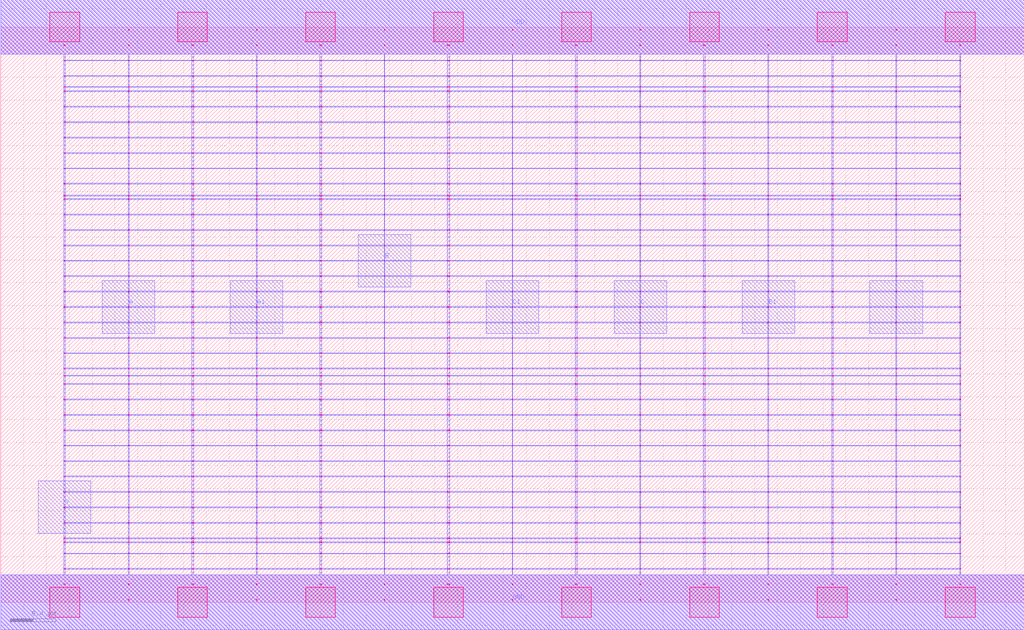
<source format=lef>
MACRO AAOAI222_DEBUG
 CLASS CORE ;
 FOREIGN AAOAI222_DEBUG 0 0 ;
 SIZE 8.96 BY 5.04 ;
 ORIGIN 0 0 ;
 SYMMETRY X Y R90 ;
 SITE unit ;
  PIN VDD
   DIRECTION INOUT ;
   USE SIGNAL ;
   SHAPE ABUTMENT ;
    PORT
     CLASS CORE ;
       LAYER met1 ;
        RECT 0.00000000 4.80000000 8.96000000 5.28000000 ;
       LAYER met2 ;
        RECT 0.00000000 4.80000000 8.96000000 5.28000000 ;
    END
  END VDD

  PIN GND
   DIRECTION INOUT ;
   USE SIGNAL ;
   SHAPE ABUTMENT ;
    PORT
     CLASS CORE ;
       LAYER met1 ;
        RECT 0.00000000 -0.24000000 8.96000000 0.24000000 ;
       LAYER met2 ;
        RECT 0.00000000 -0.24000000 8.96000000 0.24000000 ;
    END
  END GND

  PIN Y
   DIRECTION INOUT ;
   USE SIGNAL ;
   SHAPE ABUTMENT ;
    PORT
     CLASS CORE ;
       LAYER met2 ;
        RECT 0.33000000 0.60200000 0.79000000 1.06200000 ;
    END
  END Y

  PIN B1
   DIRECTION INOUT ;
   USE SIGNAL ;
   SHAPE ABUTMENT ;
    PORT
     CLASS CORE ;
       LAYER met2 ;
        RECT 6.49000000 2.35700000 6.95000000 2.81700000 ;
    END
  END B1

  PIN A
   DIRECTION INOUT ;
   USE SIGNAL ;
   SHAPE ABUTMENT ;
    PORT
     CLASS CORE ;
       LAYER met2 ;
        RECT 0.89000000 2.35700000 1.35000000 2.81700000 ;
    END
  END A

  PIN C1
   DIRECTION INOUT ;
   USE SIGNAL ;
   SHAPE ABUTMENT ;
    PORT
     CLASS CORE ;
       LAYER met2 ;
        RECT 4.25000000 2.35700000 4.71000000 2.81700000 ;
    END
  END C1

  PIN A1
   DIRECTION INOUT ;
   USE SIGNAL ;
   SHAPE ABUTMENT ;
    PORT
     CLASS CORE ;
       LAYER met2 ;
        RECT 2.01000000 2.35700000 2.47000000 2.81700000 ;
    END
  END A1

  PIN C
   DIRECTION INOUT ;
   USE SIGNAL ;
   SHAPE ABUTMENT ;
    PORT
     CLASS CORE ;
       LAYER met2 ;
        RECT 5.37000000 2.35700000 5.83000000 2.81700000 ;
    END
  END C

  PIN B
   DIRECTION INOUT ;
   USE SIGNAL ;
   SHAPE ABUTMENT ;
    PORT
     CLASS CORE ;
       LAYER met2 ;
        RECT 7.61000000 2.35700000 8.07000000 2.81700000 ;
       LAYER met2 ;
        RECT 3.13000000 2.76200000 3.59000000 3.22200000 ;
    END
  END B

 OBS
    LAYER polycont ;
     RECT 4.47600000 2.58300000 4.48400000 2.59100000 ;
     RECT 4.47600000 2.71800000 4.48400000 2.72600000 ;
     RECT 4.47600000 2.85300000 4.48400000 2.86100000 ;
     RECT 4.47600000 2.98800000 4.48400000 2.99600000 ;
     RECT 6.71600000 2.58300000 6.72400000 2.59100000 ;
     RECT 7.27600000 2.58300000 7.28900000 2.59100000 ;
     RECT 7.83600000 2.58300000 7.84400000 2.59100000 ;
     RECT 8.39600000 2.58300000 8.40400000 2.59100000 ;
     RECT 5.03100000 2.58300000 5.04900000 2.59100000 ;
     RECT 5.03100000 2.71800000 5.04900000 2.72600000 ;
     RECT 5.59600000 2.71800000 5.60400000 2.72600000 ;
     RECT 6.15100000 2.71800000 6.16900000 2.72600000 ;
     RECT 6.71600000 2.71800000 6.72400000 2.72600000 ;
     RECT 7.27600000 2.71800000 7.28900000 2.72600000 ;
     RECT 7.83600000 2.71800000 7.84400000 2.72600000 ;
     RECT 8.39600000 2.71800000 8.40400000 2.72600000 ;
     RECT 5.59600000 2.58300000 5.60400000 2.59100000 ;
     RECT 5.03100000 2.85300000 5.04900000 2.86100000 ;
     RECT 5.59600000 2.85300000 5.60400000 2.86100000 ;
     RECT 6.15100000 2.85300000 6.16900000 2.86100000 ;
     RECT 6.71600000 2.85300000 6.72400000 2.86100000 ;
     RECT 7.27600000 2.85300000 7.28900000 2.86100000 ;
     RECT 7.83600000 2.85300000 7.84400000 2.86100000 ;
     RECT 8.39600000 2.85300000 8.40400000 2.86100000 ;
     RECT 6.15100000 2.58300000 6.16900000 2.59100000 ;
     RECT 5.03100000 2.98800000 5.04900000 2.99600000 ;
     RECT 5.59600000 2.98800000 5.60400000 2.99600000 ;
     RECT 6.15100000 2.98800000 6.16900000 2.99600000 ;
     RECT 6.71600000 2.98800000 6.72400000 2.99600000 ;
     RECT 7.27600000 2.98800000 7.28900000 2.99600000 ;
     RECT 7.83600000 2.98800000 7.84400000 2.99600000 ;
     RECT 8.39600000 2.98800000 8.40400000 2.99600000 ;
     RECT 7.83600000 3.12300000 7.84400000 3.13100000 ;
     RECT 8.39600000 3.12300000 8.40400000 3.13100000 ;
     RECT 7.83600000 3.25800000 7.84400000 3.26600000 ;
     RECT 8.39600000 3.25800000 8.40400000 3.26600000 ;
     RECT 7.83600000 3.39300000 7.84400000 3.40100000 ;
     RECT 8.39600000 3.39300000 8.40400000 3.40100000 ;
     RECT 7.83600000 3.52800000 7.84400000 3.53600000 ;
     RECT 8.39600000 3.52800000 8.40400000 3.53600000 ;
     RECT 7.83600000 3.56100000 7.84400000 3.56900000 ;
     RECT 8.39600000 3.56100000 8.40400000 3.56900000 ;
     RECT 7.83600000 3.66300000 7.84400000 3.67100000 ;
     RECT 8.39600000 3.66300000 8.40400000 3.67100000 ;
     RECT 7.83600000 3.79800000 7.84400000 3.80600000 ;
     RECT 8.39600000 3.79800000 8.40400000 3.80600000 ;
     RECT 7.83600000 3.93300000 7.84400000 3.94100000 ;
     RECT 8.39600000 3.93300000 8.40400000 3.94100000 ;
     RECT 7.83600000 4.06800000 7.84400000 4.07600000 ;
     RECT 8.39600000 4.06800000 8.40400000 4.07600000 ;
     RECT 7.83600000 4.20300000 7.84400000 4.21100000 ;
     RECT 8.39600000 4.20300000 8.40400000 4.21100000 ;
     RECT 7.83600000 4.33800000 7.84400000 4.34600000 ;
     RECT 8.39600000 4.33800000 8.40400000 4.34600000 ;
     RECT 7.83600000 4.47300000 7.84400000 4.48100000 ;
     RECT 8.39600000 4.47300000 8.40400000 4.48100000 ;
     RECT 7.83600000 4.51100000 7.84400000 4.51900000 ;
     RECT 8.39600000 4.51100000 8.40400000 4.51900000 ;
     RECT 7.83600000 4.60800000 7.84400000 4.61600000 ;
     RECT 8.39600000 4.60800000 8.40400000 4.61600000 ;
     RECT 7.83600000 4.74300000 7.84400000 4.75100000 ;
     RECT 8.39600000 4.74300000 8.40400000 4.75100000 ;
     RECT 7.83600000 4.87800000 7.84400000 4.88600000 ;
     RECT 8.39600000 4.87800000 8.40400000 4.88600000 ;
     RECT 3.91100000 2.85300000 3.92900000 2.86100000 ;
     RECT 1.11600000 2.71800000 1.12400000 2.72600000 ;
     RECT 1.67100000 2.71800000 1.68900000 2.72600000 ;
     RECT 2.23600000 2.71800000 2.24400000 2.72600000 ;
     RECT 2.79100000 2.71800000 2.80900000 2.72600000 ;
     RECT 3.35600000 2.71800000 3.36400000 2.72600000 ;
     RECT 3.91100000 2.71800000 3.92900000 2.72600000 ;
     RECT 1.11600000 2.58300000 1.12400000 2.59100000 ;
     RECT 1.67100000 2.58300000 1.68900000 2.59100000 ;
     RECT 0.55100000 2.98800000 0.56400000 2.99600000 ;
     RECT 1.11600000 2.98800000 1.12400000 2.99600000 ;
     RECT 1.67100000 2.98800000 1.68900000 2.99600000 ;
     RECT 2.23600000 2.98800000 2.24400000 2.99600000 ;
     RECT 2.79100000 2.98800000 2.80900000 2.99600000 ;
     RECT 3.35600000 2.98800000 3.36400000 2.99600000 ;
     RECT 3.91100000 2.98800000 3.92900000 2.99600000 ;
     RECT 2.23600000 2.58300000 2.24400000 2.59100000 ;
     RECT 2.79100000 2.58300000 2.80900000 2.59100000 ;
     RECT 3.35600000 2.58300000 3.36400000 2.59100000 ;
     RECT 3.91100000 2.58300000 3.92900000 2.59100000 ;
     RECT 0.55100000 2.58300000 0.56400000 2.59100000 ;
     RECT 0.55100000 2.71800000 0.56400000 2.72600000 ;
     RECT 0.55100000 2.85300000 0.56400000 2.86100000 ;
     RECT 1.11600000 2.85300000 1.12400000 2.86100000 ;
     RECT 1.67100000 2.85300000 1.68900000 2.86100000 ;
     RECT 2.23600000 2.85300000 2.24400000 2.86100000 ;
     RECT 2.79100000 2.85300000 2.80900000 2.86100000 ;
     RECT 3.35600000 2.85300000 3.36400000 2.86100000 ;
     RECT 3.35600000 1.63800000 3.36400000 1.64600000 ;
     RECT 3.35600000 1.77300000 3.36400000 1.78100000 ;
     RECT 3.35600000 1.90800000 3.36400000 1.91600000 ;
     RECT 3.35600000 1.98100000 3.36400000 1.98900000 ;
     RECT 3.35600000 2.04300000 3.36400000 2.05100000 ;
     RECT 3.35600000 2.17800000 3.36400000 2.18600000 ;
     RECT 3.35600000 2.31300000 3.36400000 2.32100000 ;
     RECT 3.35600000 2.44800000 3.36400000 2.45600000 ;
     RECT 3.35600000 0.15300000 3.36400000 0.16100000 ;
     RECT 3.35600000 0.28800000 3.36400000 0.29600000 ;
     RECT 3.35600000 0.42300000 3.36400000 0.43100000 ;
     RECT 3.35600000 0.52100000 3.36400000 0.52900000 ;
     RECT 3.35600000 0.55800000 3.36400000 0.56600000 ;
     RECT 3.35600000 0.69300000 3.36400000 0.70100000 ;
     RECT 3.35600000 0.82800000 3.36400000 0.83600000 ;
     RECT 3.35600000 0.96300000 3.36400000 0.97100000 ;
     RECT 3.35600000 1.09800000 3.36400000 1.10600000 ;
     RECT 3.35600000 1.23300000 3.36400000 1.24100000 ;
     RECT 3.35600000 1.36800000 3.36400000 1.37600000 ;
     RECT 3.35600000 1.50300000 3.36400000 1.51100000 ;

    LAYER pdiffc ;
     RECT 0.55100000 3.39300000 0.55900000 3.40100000 ;
     RECT 7.28100000 3.39300000 7.28900000 3.40100000 ;
     RECT 0.55100000 3.52800000 0.55900000 3.53600000 ;
     RECT 7.28100000 3.52800000 7.28900000 3.53600000 ;
     RECT 0.55100000 3.56100000 0.55900000 3.56900000 ;
     RECT 7.28100000 3.56100000 7.28900000 3.56900000 ;
     RECT 0.55100000 3.66300000 0.55900000 3.67100000 ;
     RECT 7.28100000 3.66300000 7.28900000 3.67100000 ;
     RECT 0.55100000 3.79800000 0.55900000 3.80600000 ;
     RECT 7.28100000 3.79800000 7.28900000 3.80600000 ;
     RECT 0.55100000 3.93300000 0.55900000 3.94100000 ;
     RECT 7.28100000 3.93300000 7.28900000 3.94100000 ;
     RECT 0.55100000 4.06800000 0.55900000 4.07600000 ;
     RECT 7.28100000 4.06800000 7.28900000 4.07600000 ;
     RECT 0.55100000 4.20300000 0.55900000 4.21100000 ;
     RECT 7.28100000 4.20300000 7.28900000 4.21100000 ;
     RECT 0.55100000 4.33800000 0.55900000 4.34600000 ;
     RECT 7.28100000 4.33800000 7.28900000 4.34600000 ;
     RECT 0.55100000 4.47300000 0.55900000 4.48100000 ;
     RECT 7.28100000 4.47300000 7.28900000 4.48100000 ;
     RECT 0.55100000 4.51100000 0.55900000 4.51900000 ;
     RECT 7.28100000 4.51100000 7.28900000 4.51900000 ;
     RECT 0.55100000 4.60800000 0.55900000 4.61600000 ;
     RECT 7.28100000 4.60800000 7.28900000 4.61600000 ;

    LAYER ndiffc ;
     RECT 5.03100000 0.42300000 5.04900000 0.43100000 ;
     RECT 6.15100000 0.42300000 6.16900000 0.43100000 ;
     RECT 7.27600000 0.42300000 7.28900000 0.43100000 ;
     RECT 8.39600000 0.42300000 8.40400000 0.43100000 ;
     RECT 5.03100000 0.52100000 5.04900000 0.52900000 ;
     RECT 6.15100000 0.52100000 6.16900000 0.52900000 ;
     RECT 7.27600000 0.52100000 7.28900000 0.52900000 ;
     RECT 8.39600000 0.52100000 8.40400000 0.52900000 ;
     RECT 5.03100000 0.55800000 5.04900000 0.56600000 ;
     RECT 6.15100000 0.55800000 6.16900000 0.56600000 ;
     RECT 7.27600000 0.55800000 7.28900000 0.56600000 ;
     RECT 8.39600000 0.55800000 8.40400000 0.56600000 ;
     RECT 5.03100000 0.69300000 5.04900000 0.70100000 ;
     RECT 6.15100000 0.69300000 6.16900000 0.70100000 ;
     RECT 7.27600000 0.69300000 7.28900000 0.70100000 ;
     RECT 8.39600000 0.69300000 8.40400000 0.70100000 ;
     RECT 5.03100000 0.82800000 5.04900000 0.83600000 ;
     RECT 6.15100000 0.82800000 6.16900000 0.83600000 ;
     RECT 7.27600000 0.82800000 7.28900000 0.83600000 ;
     RECT 8.39600000 0.82800000 8.40400000 0.83600000 ;
     RECT 5.03100000 0.96300000 5.04900000 0.97100000 ;
     RECT 6.15100000 0.96300000 6.16900000 0.97100000 ;
     RECT 7.27600000 0.96300000 7.28900000 0.97100000 ;
     RECT 8.39600000 0.96300000 8.40400000 0.97100000 ;
     RECT 5.03100000 1.09800000 5.04900000 1.10600000 ;
     RECT 6.15100000 1.09800000 6.16900000 1.10600000 ;
     RECT 7.27600000 1.09800000 7.28900000 1.10600000 ;
     RECT 8.39600000 1.09800000 8.40400000 1.10600000 ;
     RECT 5.03100000 1.23300000 5.04900000 1.24100000 ;
     RECT 6.15100000 1.23300000 6.16900000 1.24100000 ;
     RECT 7.27600000 1.23300000 7.28900000 1.24100000 ;
     RECT 8.39600000 1.23300000 8.40400000 1.24100000 ;
     RECT 5.03100000 1.36800000 5.04900000 1.37600000 ;
     RECT 6.15100000 1.36800000 6.16900000 1.37600000 ;
     RECT 7.27600000 1.36800000 7.28900000 1.37600000 ;
     RECT 8.39600000 1.36800000 8.40400000 1.37600000 ;
     RECT 5.03100000 1.50300000 5.04900000 1.51100000 ;
     RECT 6.15100000 1.50300000 6.16900000 1.51100000 ;
     RECT 7.27600000 1.50300000 7.28900000 1.51100000 ;
     RECT 8.39600000 1.50300000 8.40400000 1.51100000 ;
     RECT 5.03100000 1.63800000 5.04900000 1.64600000 ;
     RECT 6.15100000 1.63800000 6.16900000 1.64600000 ;
     RECT 7.27600000 1.63800000 7.28900000 1.64600000 ;
     RECT 8.39600000 1.63800000 8.40400000 1.64600000 ;
     RECT 5.03100000 1.77300000 5.04900000 1.78100000 ;
     RECT 6.15100000 1.77300000 6.16900000 1.78100000 ;
     RECT 7.27600000 1.77300000 7.28900000 1.78100000 ;
     RECT 8.39600000 1.77300000 8.40400000 1.78100000 ;
     RECT 5.03100000 1.90800000 5.04900000 1.91600000 ;
     RECT 6.15100000 1.90800000 6.16900000 1.91600000 ;
     RECT 7.27600000 1.90800000 7.28900000 1.91600000 ;
     RECT 8.39600000 1.90800000 8.40400000 1.91600000 ;
     RECT 5.03100000 1.98100000 5.04900000 1.98900000 ;
     RECT 6.15100000 1.98100000 6.16900000 1.98900000 ;
     RECT 7.27600000 1.98100000 7.28900000 1.98900000 ;
     RECT 8.39600000 1.98100000 8.40400000 1.98900000 ;
     RECT 5.03100000 2.04300000 5.04900000 2.05100000 ;
     RECT 6.15100000 2.04300000 6.16900000 2.05100000 ;
     RECT 7.27600000 2.04300000 7.28900000 2.05100000 ;
     RECT 8.39600000 2.04300000 8.40400000 2.05100000 ;
     RECT 0.55100000 0.42300000 0.56400000 0.43100000 ;
     RECT 1.67100000 0.42300000 1.68900000 0.43100000 ;
     RECT 2.79100000 0.42300000 2.80900000 0.43100000 ;
     RECT 3.91100000 0.42300000 3.92900000 0.43100000 ;
     RECT 0.55100000 1.36800000 0.56400000 1.37600000 ;
     RECT 1.67100000 1.36800000 1.68900000 1.37600000 ;
     RECT 2.79100000 1.36800000 2.80900000 1.37600000 ;
     RECT 3.91100000 1.36800000 3.92900000 1.37600000 ;
     RECT 0.55100000 0.82800000 0.56400000 0.83600000 ;
     RECT 1.67100000 0.82800000 1.68900000 0.83600000 ;
     RECT 2.79100000 0.82800000 2.80900000 0.83600000 ;
     RECT 3.91100000 0.82800000 3.92900000 0.83600000 ;
     RECT 0.55100000 1.50300000 0.56400000 1.51100000 ;
     RECT 1.67100000 1.50300000 1.68900000 1.51100000 ;
     RECT 2.79100000 1.50300000 2.80900000 1.51100000 ;
     RECT 3.91100000 1.50300000 3.92900000 1.51100000 ;
     RECT 0.55100000 0.55800000 0.56400000 0.56600000 ;
     RECT 1.67100000 0.55800000 1.68900000 0.56600000 ;
     RECT 2.79100000 0.55800000 2.80900000 0.56600000 ;
     RECT 3.91100000 0.55800000 3.92900000 0.56600000 ;
     RECT 0.55100000 1.63800000 0.56400000 1.64600000 ;
     RECT 1.67100000 1.63800000 1.68900000 1.64600000 ;
     RECT 2.79100000 1.63800000 2.80900000 1.64600000 ;
     RECT 3.91100000 1.63800000 3.92900000 1.64600000 ;
     RECT 0.55100000 0.96300000 0.56400000 0.97100000 ;
     RECT 1.67100000 0.96300000 1.68900000 0.97100000 ;
     RECT 2.79100000 0.96300000 2.80900000 0.97100000 ;
     RECT 3.91100000 0.96300000 3.92900000 0.97100000 ;
     RECT 0.55100000 1.77300000 0.56400000 1.78100000 ;
     RECT 1.67100000 1.77300000 1.68900000 1.78100000 ;
     RECT 2.79100000 1.77300000 2.80900000 1.78100000 ;
     RECT 3.91100000 1.77300000 3.92900000 1.78100000 ;
     RECT 0.55100000 0.52100000 0.56400000 0.52900000 ;
     RECT 1.67100000 0.52100000 1.68900000 0.52900000 ;
     RECT 2.79100000 0.52100000 2.80900000 0.52900000 ;
     RECT 3.91100000 0.52100000 3.92900000 0.52900000 ;
     RECT 0.55100000 1.90800000 0.56400000 1.91600000 ;
     RECT 1.67100000 1.90800000 1.68900000 1.91600000 ;
     RECT 2.79100000 1.90800000 2.80900000 1.91600000 ;
     RECT 3.91100000 1.90800000 3.92900000 1.91600000 ;
     RECT 0.55100000 1.09800000 0.56400000 1.10600000 ;
     RECT 1.67100000 1.09800000 1.68900000 1.10600000 ;
     RECT 2.79100000 1.09800000 2.80900000 1.10600000 ;
     RECT 3.91100000 1.09800000 3.92900000 1.10600000 ;
     RECT 0.55100000 1.98100000 0.56400000 1.98900000 ;
     RECT 1.67100000 1.98100000 1.68900000 1.98900000 ;
     RECT 2.79100000 1.98100000 2.80900000 1.98900000 ;
     RECT 3.91100000 1.98100000 3.92900000 1.98900000 ;
     RECT 0.55100000 0.69300000 0.56400000 0.70100000 ;
     RECT 1.67100000 0.69300000 1.68900000 0.70100000 ;
     RECT 2.79100000 0.69300000 2.80900000 0.70100000 ;
     RECT 3.91100000 0.69300000 3.92900000 0.70100000 ;
     RECT 0.55100000 2.04300000 0.56400000 2.05100000 ;
     RECT 1.67100000 2.04300000 1.68900000 2.05100000 ;
     RECT 2.79100000 2.04300000 2.80900000 2.05100000 ;
     RECT 3.91100000 2.04300000 3.92900000 2.05100000 ;
     RECT 0.55100000 1.23300000 0.56400000 1.24100000 ;
     RECT 1.67100000 1.23300000 1.68900000 1.24100000 ;
     RECT 2.79100000 1.23300000 2.80900000 1.24100000 ;
     RECT 3.91100000 1.23300000 3.92900000 1.24100000 ;

    LAYER met1 ;
     RECT 0.00000000 -0.24000000 8.96000000 0.24000000 ;
     RECT 4.47600000 0.24000000 4.48400000 0.28800000 ;
     RECT 0.55100000 0.28800000 8.40400000 0.29600000 ;
     RECT 4.47600000 0.29600000 4.48400000 0.42300000 ;
     RECT 0.55100000 0.42300000 8.40400000 0.43100000 ;
     RECT 4.47600000 0.43100000 4.48400000 0.52100000 ;
     RECT 0.55100000 0.52100000 8.40400000 0.52900000 ;
     RECT 4.47600000 0.52900000 4.48400000 0.55800000 ;
     RECT 0.55100000 0.55800000 8.40400000 0.56600000 ;
     RECT 4.47600000 0.56600000 4.48400000 0.69300000 ;
     RECT 0.55100000 0.69300000 8.40400000 0.70100000 ;
     RECT 4.47600000 0.70100000 4.48400000 0.82800000 ;
     RECT 0.55100000 0.82800000 8.40400000 0.83600000 ;
     RECT 4.47600000 0.83600000 4.48400000 0.96300000 ;
     RECT 0.55100000 0.96300000 8.40400000 0.97100000 ;
     RECT 4.47600000 0.97100000 4.48400000 1.09800000 ;
     RECT 0.55100000 1.09800000 8.40400000 1.10600000 ;
     RECT 4.47600000 1.10600000 4.48400000 1.23300000 ;
     RECT 0.55100000 1.23300000 8.40400000 1.24100000 ;
     RECT 4.47600000 1.24100000 4.48400000 1.36800000 ;
     RECT 0.55100000 1.36800000 8.40400000 1.37600000 ;
     RECT 4.47600000 1.37600000 4.48400000 1.50300000 ;
     RECT 0.55100000 1.50300000 8.40400000 1.51100000 ;
     RECT 4.47600000 1.51100000 4.48400000 1.63800000 ;
     RECT 0.55100000 1.63800000 8.40400000 1.64600000 ;
     RECT 4.47600000 1.64600000 4.48400000 1.77300000 ;
     RECT 0.55100000 1.77300000 8.40400000 1.78100000 ;
     RECT 4.47600000 1.78100000 4.48400000 1.90800000 ;
     RECT 0.55100000 1.90800000 8.40400000 1.91600000 ;
     RECT 4.47600000 1.91600000 4.48400000 1.98100000 ;
     RECT 0.55100000 1.98100000 8.40400000 1.98900000 ;
     RECT 4.47600000 1.98900000 4.48400000 2.04300000 ;
     RECT 0.55100000 2.04300000 8.40400000 2.05100000 ;
     RECT 4.47600000 2.05100000 4.48400000 2.17800000 ;
     RECT 0.55100000 2.17800000 8.40400000 2.18600000 ;
     RECT 4.47600000 2.18600000 4.48400000 2.31300000 ;
     RECT 0.55100000 2.31300000 8.40400000 2.32100000 ;
     RECT 4.47600000 2.32100000 4.48400000 2.44800000 ;
     RECT 0.55100000 2.44800000 8.40400000 2.45600000 ;
     RECT 0.55100000 2.45600000 0.56400000 2.58300000 ;
     RECT 1.11600000 2.45600000 1.12400000 2.58300000 ;
     RECT 1.67100000 2.45600000 1.68900000 2.58300000 ;
     RECT 2.23600000 2.45600000 2.24400000 2.58300000 ;
     RECT 2.79100000 2.45600000 2.80900000 2.58300000 ;
     RECT 3.35600000 2.45600000 3.36400000 2.58300000 ;
     RECT 3.91100000 2.45600000 3.92900000 2.58300000 ;
     RECT 4.47600000 2.45600000 4.48400000 2.58300000 ;
     RECT 5.03100000 2.45600000 5.04900000 2.58300000 ;
     RECT 5.59600000 2.45600000 5.60400000 2.58300000 ;
     RECT 6.15100000 2.45600000 6.16900000 2.58300000 ;
     RECT 6.71600000 2.45600000 6.72400000 2.58300000 ;
     RECT 7.27600000 2.45600000 7.28900000 2.58300000 ;
     RECT 7.83600000 2.45600000 7.84400000 2.58300000 ;
     RECT 8.39600000 2.45600000 8.40400000 2.58300000 ;
     RECT 0.55100000 2.58300000 8.40400000 2.59100000 ;
     RECT 4.47600000 2.59100000 4.48400000 2.71800000 ;
     RECT 0.55100000 2.71800000 8.40400000 2.72600000 ;
     RECT 4.47600000 2.72600000 4.48400000 2.85300000 ;
     RECT 0.55100000 2.85300000 8.40400000 2.86100000 ;
     RECT 4.47600000 2.86100000 4.48400000 2.98800000 ;
     RECT 0.55100000 2.98800000 8.40400000 2.99600000 ;
     RECT 4.47600000 2.99600000 4.48400000 3.12300000 ;
     RECT 0.55100000 3.12300000 8.40400000 3.13100000 ;
     RECT 4.47600000 3.13100000 4.48400000 3.25800000 ;
     RECT 0.55100000 3.25800000 8.40400000 3.26600000 ;
     RECT 4.47600000 3.26600000 4.48400000 3.39300000 ;
     RECT 0.55100000 3.39300000 8.40400000 3.40100000 ;
     RECT 4.47600000 3.40100000 4.48400000 3.52800000 ;
     RECT 0.55100000 3.52800000 8.40400000 3.53600000 ;
     RECT 4.47600000 3.53600000 4.48400000 3.56100000 ;
     RECT 0.55100000 3.56100000 8.40400000 3.56900000 ;
     RECT 4.47600000 3.56900000 4.48400000 3.66300000 ;
     RECT 0.55100000 3.66300000 8.40400000 3.67100000 ;
     RECT 4.47600000 3.67100000 4.48400000 3.79800000 ;
     RECT 0.55100000 3.79800000 8.40400000 3.80600000 ;
     RECT 4.47600000 3.80600000 4.48400000 3.93300000 ;
     RECT 0.55100000 3.93300000 8.40400000 3.94100000 ;
     RECT 4.47600000 3.94100000 4.48400000 4.06800000 ;
     RECT 0.55100000 4.06800000 8.40400000 4.07600000 ;
     RECT 4.47600000 4.07600000 4.48400000 4.20300000 ;
     RECT 0.55100000 4.20300000 8.40400000 4.21100000 ;
     RECT 4.47600000 4.21100000 4.48400000 4.33800000 ;
     RECT 0.55100000 4.33800000 8.40400000 4.34600000 ;
     RECT 4.47600000 4.34600000 4.48400000 4.47300000 ;
     RECT 0.55100000 4.47300000 8.40400000 4.48100000 ;
     RECT 4.47600000 4.48100000 4.48400000 4.51100000 ;
     RECT 0.55100000 4.51100000 8.40400000 4.51900000 ;
     RECT 4.47600000 4.51900000 4.48400000 4.60800000 ;
     RECT 0.55100000 4.60800000 8.40400000 4.61600000 ;
     RECT 4.47600000 4.61600000 4.48400000 4.74300000 ;
     RECT 0.55100000 4.74300000 8.40400000 4.75100000 ;
     RECT 4.47600000 4.75100000 4.48400000 4.80000000 ;
     RECT 0.00000000 4.80000000 8.96000000 5.28000000 ;
     RECT 6.71600000 3.13100000 6.72400000 3.25800000 ;
     RECT 6.71600000 3.26600000 6.72400000 3.39300000 ;
     RECT 6.71600000 3.40100000 6.72400000 3.52800000 ;
     RECT 6.71600000 2.72600000 6.72400000 2.85300000 ;
     RECT 6.71600000 3.53600000 6.72400000 3.56100000 ;
     RECT 6.71600000 3.56900000 6.72400000 3.66300000 ;
     RECT 6.71600000 2.59100000 6.72400000 2.71800000 ;
     RECT 6.71600000 3.67100000 6.72400000 3.79800000 ;
     RECT 5.03100000 3.80600000 5.04900000 3.93300000 ;
     RECT 5.59600000 3.80600000 5.60400000 3.93300000 ;
     RECT 6.15100000 3.80600000 6.16900000 3.93300000 ;
     RECT 6.71600000 3.80600000 6.72400000 3.93300000 ;
     RECT 7.27600000 3.80600000 7.28900000 3.93300000 ;
     RECT 7.83600000 3.80600000 7.84400000 3.93300000 ;
     RECT 8.39600000 3.80600000 8.40400000 3.93300000 ;
     RECT 6.71600000 2.86100000 6.72400000 2.98800000 ;
     RECT 6.71600000 3.94100000 6.72400000 4.06800000 ;
     RECT 6.71600000 4.07600000 6.72400000 4.20300000 ;
     RECT 6.71600000 4.21100000 6.72400000 4.33800000 ;
     RECT 6.71600000 4.34600000 6.72400000 4.47300000 ;
     RECT 6.71600000 4.48100000 6.72400000 4.51100000 ;
     RECT 6.71600000 2.99600000 6.72400000 3.12300000 ;
     RECT 6.71600000 4.51900000 6.72400000 4.60800000 ;
     RECT 6.71600000 4.61600000 6.72400000 4.74300000 ;
     RECT 6.71600000 4.75100000 6.72400000 4.80000000 ;
     RECT 7.27600000 4.21100000 7.28900000 4.33800000 ;
     RECT 7.83600000 4.21100000 7.84400000 4.33800000 ;
     RECT 8.39600000 4.21100000 8.40400000 4.33800000 ;
     RECT 8.39600000 3.94100000 8.40400000 4.06800000 ;
     RECT 7.27600000 4.34600000 7.28900000 4.47300000 ;
     RECT 7.83600000 4.34600000 7.84400000 4.47300000 ;
     RECT 8.39600000 4.34600000 8.40400000 4.47300000 ;
     RECT 7.27600000 3.94100000 7.28900000 4.06800000 ;
     RECT 7.27600000 4.48100000 7.28900000 4.51100000 ;
     RECT 7.83600000 4.48100000 7.84400000 4.51100000 ;
     RECT 8.39600000 4.48100000 8.40400000 4.51100000 ;
     RECT 7.27600000 4.07600000 7.28900000 4.20300000 ;
     RECT 7.83600000 4.07600000 7.84400000 4.20300000 ;
     RECT 7.27600000 4.51900000 7.28900000 4.60800000 ;
     RECT 7.83600000 4.51900000 7.84400000 4.60800000 ;
     RECT 8.39600000 4.51900000 8.40400000 4.60800000 ;
     RECT 8.39600000 4.07600000 8.40400000 4.20300000 ;
     RECT 7.27600000 4.61600000 7.28900000 4.74300000 ;
     RECT 7.83600000 4.61600000 7.84400000 4.74300000 ;
     RECT 8.39600000 4.61600000 8.40400000 4.74300000 ;
     RECT 7.83600000 3.94100000 7.84400000 4.06800000 ;
     RECT 7.27600000 4.75100000 7.28900000 4.80000000 ;
     RECT 7.83600000 4.75100000 7.84400000 4.80000000 ;
     RECT 8.39600000 4.75100000 8.40400000 4.80000000 ;
     RECT 6.15100000 4.07600000 6.16900000 4.20300000 ;
     RECT 5.59600000 3.94100000 5.60400000 4.06800000 ;
     RECT 6.15100000 3.94100000 6.16900000 4.06800000 ;
     RECT 5.03100000 4.51900000 5.04900000 4.60800000 ;
     RECT 5.59600000 4.51900000 5.60400000 4.60800000 ;
     RECT 6.15100000 4.51900000 6.16900000 4.60800000 ;
     RECT 5.03100000 4.34600000 5.04900000 4.47300000 ;
     RECT 5.59600000 4.34600000 5.60400000 4.47300000 ;
     RECT 6.15100000 4.34600000 6.16900000 4.47300000 ;
     RECT 5.03100000 3.94100000 5.04900000 4.06800000 ;
     RECT 5.03100000 4.61600000 5.04900000 4.74300000 ;
     RECT 5.59600000 4.61600000 5.60400000 4.74300000 ;
     RECT 6.15100000 4.61600000 6.16900000 4.74300000 ;
     RECT 5.03100000 4.07600000 5.04900000 4.20300000 ;
     RECT 5.03100000 4.21100000 5.04900000 4.33800000 ;
     RECT 5.59600000 4.21100000 5.60400000 4.33800000 ;
     RECT 5.03100000 4.48100000 5.04900000 4.51100000 ;
     RECT 5.03100000 4.75100000 5.04900000 4.80000000 ;
     RECT 5.59600000 4.75100000 5.60400000 4.80000000 ;
     RECT 6.15100000 4.75100000 6.16900000 4.80000000 ;
     RECT 5.59600000 4.48100000 5.60400000 4.51100000 ;
     RECT 6.15100000 4.48100000 6.16900000 4.51100000 ;
     RECT 6.15100000 4.21100000 6.16900000 4.33800000 ;
     RECT 5.59600000 4.07600000 5.60400000 4.20300000 ;
     RECT 5.03100000 3.56900000 5.04900000 3.66300000 ;
     RECT 5.59600000 3.56900000 5.60400000 3.66300000 ;
     RECT 6.15100000 3.56900000 6.16900000 3.66300000 ;
     RECT 5.03100000 3.26600000 5.04900000 3.39300000 ;
     RECT 6.15100000 2.59100000 6.16900000 2.71800000 ;
     RECT 5.59600000 3.26600000 5.60400000 3.39300000 ;
     RECT 5.03100000 3.67100000 5.04900000 3.79800000 ;
     RECT 5.59600000 3.67100000 5.60400000 3.79800000 ;
     RECT 6.15100000 3.67100000 6.16900000 3.79800000 ;
     RECT 6.15100000 3.26600000 6.16900000 3.39300000 ;
     RECT 5.03100000 2.86100000 5.04900000 2.98800000 ;
     RECT 5.59600000 2.86100000 5.60400000 2.98800000 ;
     RECT 6.15100000 3.13100000 6.16900000 3.25800000 ;
     RECT 5.59600000 2.72600000 5.60400000 2.85300000 ;
     RECT 6.15100000 2.72600000 6.16900000 2.85300000 ;
     RECT 5.03100000 3.40100000 5.04900000 3.52800000 ;
     RECT 5.59600000 3.40100000 5.60400000 3.52800000 ;
     RECT 5.03100000 2.99600000 5.04900000 3.12300000 ;
     RECT 6.15100000 3.40100000 6.16900000 3.52800000 ;
     RECT 5.59600000 3.13100000 5.60400000 3.25800000 ;
     RECT 6.15100000 2.86100000 6.16900000 2.98800000 ;
     RECT 5.03100000 2.59100000 5.04900000 2.71800000 ;
     RECT 5.59600000 2.59100000 5.60400000 2.71800000 ;
     RECT 5.03100000 3.53600000 5.04900000 3.56100000 ;
     RECT 5.59600000 3.53600000 5.60400000 3.56100000 ;
     RECT 6.15100000 3.53600000 6.16900000 3.56100000 ;
     RECT 5.59600000 2.99600000 5.60400000 3.12300000 ;
     RECT 6.15100000 2.99600000 6.16900000 3.12300000 ;
     RECT 5.03100000 2.72600000 5.04900000 2.85300000 ;
     RECT 5.03100000 3.13100000 5.04900000 3.25800000 ;
     RECT 7.83600000 2.72600000 7.84400000 2.85300000 ;
     RECT 8.39600000 2.86100000 8.40400000 2.98800000 ;
     RECT 7.27600000 2.59100000 7.28900000 2.71800000 ;
     RECT 7.27600000 2.99600000 7.28900000 3.12300000 ;
     RECT 8.39600000 2.72600000 8.40400000 2.85300000 ;
     RECT 8.39600000 3.26600000 8.40400000 3.39300000 ;
     RECT 7.27600000 3.40100000 7.28900000 3.52800000 ;
     RECT 7.83600000 3.40100000 7.84400000 3.52800000 ;
     RECT 8.39600000 3.40100000 8.40400000 3.52800000 ;
     RECT 7.27600000 3.56900000 7.28900000 3.66300000 ;
     RECT 7.83600000 3.56900000 7.84400000 3.66300000 ;
     RECT 7.83600000 2.99600000 7.84400000 3.12300000 ;
     RECT 8.39600000 2.99600000 8.40400000 3.12300000 ;
     RECT 7.83600000 2.59100000 7.84400000 2.71800000 ;
     RECT 8.39600000 3.56900000 8.40400000 3.66300000 ;
     RECT 7.27600000 3.13100000 7.28900000 3.25800000 ;
     RECT 7.27600000 2.72600000 7.28900000 2.85300000 ;
     RECT 7.83600000 3.13100000 7.84400000 3.25800000 ;
     RECT 8.39600000 3.13100000 8.40400000 3.25800000 ;
     RECT 7.27600000 3.26600000 7.28900000 3.39300000 ;
     RECT 8.39600000 2.59100000 8.40400000 2.71800000 ;
     RECT 7.83600000 3.26600000 7.84400000 3.39300000 ;
     RECT 7.27600000 2.86100000 7.28900000 2.98800000 ;
     RECT 7.83600000 2.86100000 7.84400000 2.98800000 ;
     RECT 7.27600000 3.67100000 7.28900000 3.79800000 ;
     RECT 7.83600000 3.67100000 7.84400000 3.79800000 ;
     RECT 8.39600000 3.67100000 8.40400000 3.79800000 ;
     RECT 7.27600000 3.53600000 7.28900000 3.56100000 ;
     RECT 7.83600000 3.53600000 7.84400000 3.56100000 ;
     RECT 8.39600000 3.53600000 8.40400000 3.56100000 ;
     RECT 2.23600000 3.94100000 2.24400000 4.06800000 ;
     RECT 2.23600000 3.40100000 2.24400000 3.52800000 ;
     RECT 2.23600000 4.07600000 2.24400000 4.20300000 ;
     RECT 2.23600000 3.53600000 2.24400000 3.56100000 ;
     RECT 2.23600000 4.21100000 2.24400000 4.33800000 ;
     RECT 2.23600000 2.86100000 2.24400000 2.98800000 ;
     RECT 2.23600000 3.13100000 2.24400000 3.25800000 ;
     RECT 2.23600000 4.34600000 2.24400000 4.47300000 ;
     RECT 2.23600000 3.56900000 2.24400000 3.66300000 ;
     RECT 2.23600000 4.48100000 2.24400000 4.51100000 ;
     RECT 2.23600000 2.72600000 2.24400000 2.85300000 ;
     RECT 2.23600000 4.51900000 2.24400000 4.60800000 ;
     RECT 2.23600000 3.67100000 2.24400000 3.79800000 ;
     RECT 2.23600000 4.61600000 2.24400000 4.74300000 ;
     RECT 2.23600000 3.26600000 2.24400000 3.39300000 ;
     RECT 2.23600000 2.59100000 2.24400000 2.71800000 ;
     RECT 0.55100000 3.80600000 0.56400000 3.93300000 ;
     RECT 1.11600000 3.80600000 1.12400000 3.93300000 ;
     RECT 2.23600000 4.75100000 2.24400000 4.80000000 ;
     RECT 1.67100000 3.80600000 1.68900000 3.93300000 ;
     RECT 2.23600000 3.80600000 2.24400000 3.93300000 ;
     RECT 2.79100000 3.80600000 2.80900000 3.93300000 ;
     RECT 3.35600000 3.80600000 3.36400000 3.93300000 ;
     RECT 3.91100000 3.80600000 3.92900000 3.93300000 ;
     RECT 2.23600000 2.99600000 2.24400000 3.12300000 ;
     RECT 2.79100000 3.94100000 2.80900000 4.06800000 ;
     RECT 2.79100000 4.21100000 2.80900000 4.33800000 ;
     RECT 2.79100000 4.51900000 2.80900000 4.60800000 ;
     RECT 3.35600000 4.51900000 3.36400000 4.60800000 ;
     RECT 3.91100000 4.51900000 3.92900000 4.60800000 ;
     RECT 3.35600000 4.21100000 3.36400000 4.33800000 ;
     RECT 3.91100000 4.21100000 3.92900000 4.33800000 ;
     RECT 2.79100000 4.61600000 2.80900000 4.74300000 ;
     RECT 3.35600000 4.61600000 3.36400000 4.74300000 ;
     RECT 3.91100000 4.61600000 3.92900000 4.74300000 ;
     RECT 3.35600000 3.94100000 3.36400000 4.06800000 ;
     RECT 2.79100000 4.07600000 2.80900000 4.20300000 ;
     RECT 3.35600000 4.07600000 3.36400000 4.20300000 ;
     RECT 2.79100000 4.34600000 2.80900000 4.47300000 ;
     RECT 3.35600000 4.34600000 3.36400000 4.47300000 ;
     RECT 2.79100000 4.75100000 2.80900000 4.80000000 ;
     RECT 3.35600000 4.75100000 3.36400000 4.80000000 ;
     RECT 3.91100000 4.75100000 3.92900000 4.80000000 ;
     RECT 3.91100000 4.34600000 3.92900000 4.47300000 ;
     RECT 3.91100000 4.07600000 3.92900000 4.20300000 ;
     RECT 3.91100000 3.94100000 3.92900000 4.06800000 ;
     RECT 2.79100000 4.48100000 2.80900000 4.51100000 ;
     RECT 3.35600000 4.48100000 3.36400000 4.51100000 ;
     RECT 3.91100000 4.48100000 3.92900000 4.51100000 ;
     RECT 0.55100000 4.61600000 0.56400000 4.74300000 ;
     RECT 1.11600000 4.61600000 1.12400000 4.74300000 ;
     RECT 1.67100000 4.61600000 1.68900000 4.74300000 ;
     RECT 1.67100000 4.07600000 1.68900000 4.20300000 ;
     RECT 1.67100000 3.94100000 1.68900000 4.06800000 ;
     RECT 0.55100000 4.48100000 0.56400000 4.51100000 ;
     RECT 1.11600000 4.48100000 1.12400000 4.51100000 ;
     RECT 1.67100000 4.48100000 1.68900000 4.51100000 ;
     RECT 0.55100000 3.94100000 0.56400000 4.06800000 ;
     RECT 1.11600000 3.94100000 1.12400000 4.06800000 ;
     RECT 0.55100000 4.07600000 0.56400000 4.20300000 ;
     RECT 0.55100000 4.75100000 0.56400000 4.80000000 ;
     RECT 1.11600000 4.75100000 1.12400000 4.80000000 ;
     RECT 1.67100000 4.75100000 1.68900000 4.80000000 ;
     RECT 1.11600000 4.07600000 1.12400000 4.20300000 ;
     RECT 0.55100000 4.34600000 0.56400000 4.47300000 ;
     RECT 0.55100000 4.51900000 0.56400000 4.60800000 ;
     RECT 1.11600000 4.51900000 1.12400000 4.60800000 ;
     RECT 1.67100000 4.51900000 1.68900000 4.60800000 ;
     RECT 1.11600000 4.34600000 1.12400000 4.47300000 ;
     RECT 1.67100000 4.34600000 1.68900000 4.47300000 ;
     RECT 0.55100000 4.21100000 0.56400000 4.33800000 ;
     RECT 1.11600000 4.21100000 1.12400000 4.33800000 ;
     RECT 1.67100000 4.21100000 1.68900000 4.33800000 ;
     RECT 0.55100000 3.56900000 0.56400000 3.66300000 ;
     RECT 1.11600000 3.26600000 1.12400000 3.39300000 ;
     RECT 1.67100000 3.26600000 1.68900000 3.39300000 ;
     RECT 1.11600000 3.56900000 1.12400000 3.66300000 ;
     RECT 1.67100000 3.56900000 1.68900000 3.66300000 ;
     RECT 0.55100000 2.72600000 0.56400000 2.85300000 ;
     RECT 1.67100000 3.40100000 1.68900000 3.52800000 ;
     RECT 1.11600000 2.72600000 1.12400000 2.85300000 ;
     RECT 0.55100000 2.86100000 0.56400000 2.98800000 ;
     RECT 1.11600000 2.86100000 1.12400000 2.98800000 ;
     RECT 0.55100000 3.13100000 0.56400000 3.25800000 ;
     RECT 1.11600000 3.13100000 1.12400000 3.25800000 ;
     RECT 1.67100000 3.13100000 1.68900000 3.25800000 ;
     RECT 1.67100000 2.72600000 1.68900000 2.85300000 ;
     RECT 1.67100000 2.86100000 1.68900000 2.98800000 ;
     RECT 1.67100000 2.59100000 1.68900000 2.71800000 ;
     RECT 0.55100000 3.26600000 0.56400000 3.39300000 ;
     RECT 0.55100000 3.53600000 0.56400000 3.56100000 ;
     RECT 1.11600000 3.53600000 1.12400000 3.56100000 ;
     RECT 1.67100000 3.53600000 1.68900000 3.56100000 ;
     RECT 0.55100000 3.40100000 0.56400000 3.52800000 ;
     RECT 1.11600000 3.40100000 1.12400000 3.52800000 ;
     RECT 0.55100000 2.59100000 0.56400000 2.71800000 ;
     RECT 1.11600000 2.59100000 1.12400000 2.71800000 ;
     RECT 0.55100000 3.67100000 0.56400000 3.79800000 ;
     RECT 1.11600000 3.67100000 1.12400000 3.79800000 ;
     RECT 0.55100000 2.99600000 0.56400000 3.12300000 ;
     RECT 1.11600000 2.99600000 1.12400000 3.12300000 ;
     RECT 1.67100000 2.99600000 1.68900000 3.12300000 ;
     RECT 1.67100000 3.67100000 1.68900000 3.79800000 ;
     RECT 3.91100000 3.40100000 3.92900000 3.52800000 ;
     RECT 3.91100000 3.13100000 3.92900000 3.25800000 ;
     RECT 2.79100000 2.72600000 2.80900000 2.85300000 ;
     RECT 3.35600000 2.72600000 3.36400000 2.85300000 ;
     RECT 3.91100000 2.72600000 3.92900000 2.85300000 ;
     RECT 2.79100000 2.86100000 2.80900000 2.98800000 ;
     RECT 2.79100000 3.26600000 2.80900000 3.39300000 ;
     RECT 3.35600000 3.26600000 3.36400000 3.39300000 ;
     RECT 3.91100000 3.26600000 3.92900000 3.39300000 ;
     RECT 3.91100000 2.99600000 3.92900000 3.12300000 ;
     RECT 2.79100000 2.59100000 2.80900000 2.71800000 ;
     RECT 3.35600000 2.59100000 3.36400000 2.71800000 ;
     RECT 3.91100000 2.59100000 3.92900000 2.71800000 ;
     RECT 3.35600000 2.99600000 3.36400000 3.12300000 ;
     RECT 2.79100000 3.13100000 2.80900000 3.25800000 ;
     RECT 2.79100000 3.56900000 2.80900000 3.66300000 ;
     RECT 3.35600000 3.56900000 3.36400000 3.66300000 ;
     RECT 3.91100000 3.56900000 3.92900000 3.66300000 ;
     RECT 3.35600000 3.13100000 3.36400000 3.25800000 ;
     RECT 2.79100000 2.99600000 2.80900000 3.12300000 ;
     RECT 2.79100000 3.40100000 2.80900000 3.52800000 ;
     RECT 3.35600000 3.40100000 3.36400000 3.52800000 ;
     RECT 3.35600000 3.53600000 3.36400000 3.56100000 ;
     RECT 2.79100000 3.67100000 2.80900000 3.79800000 ;
     RECT 3.35600000 3.67100000 3.36400000 3.79800000 ;
     RECT 3.91100000 3.67100000 3.92900000 3.79800000 ;
     RECT 3.91100000 3.53600000 3.92900000 3.56100000 ;
     RECT 2.79100000 3.53600000 2.80900000 3.56100000 ;
     RECT 3.35600000 2.86100000 3.36400000 2.98800000 ;
     RECT 3.91100000 2.86100000 3.92900000 2.98800000 ;
     RECT 2.23600000 1.37600000 2.24400000 1.50300000 ;
     RECT 2.23600000 0.43100000 2.24400000 0.52100000 ;
     RECT 2.23600000 1.51100000 2.24400000 1.63800000 ;
     RECT 2.23600000 1.64600000 2.24400000 1.77300000 ;
     RECT 2.23600000 1.78100000 2.24400000 1.90800000 ;
     RECT 2.23600000 1.91600000 2.24400000 1.98100000 ;
     RECT 2.23600000 1.98900000 2.24400000 2.04300000 ;
     RECT 2.23600000 0.52900000 2.24400000 0.55800000 ;
     RECT 2.23600000 2.05100000 2.24400000 2.17800000 ;
     RECT 2.23600000 2.18600000 2.24400000 2.31300000 ;
     RECT 2.23600000 2.32100000 2.24400000 2.44800000 ;
     RECT 2.23600000 0.56600000 2.24400000 0.69300000 ;
     RECT 2.23600000 0.70100000 2.24400000 0.82800000 ;
     RECT 2.23600000 0.83600000 2.24400000 0.96300000 ;
     RECT 2.23600000 0.29600000 2.24400000 0.42300000 ;
     RECT 2.23600000 0.97100000 2.24400000 1.09800000 ;
     RECT 0.55100000 1.10600000 0.56400000 1.23300000 ;
     RECT 1.11600000 1.10600000 1.12400000 1.23300000 ;
     RECT 1.67100000 1.10600000 1.68900000 1.23300000 ;
     RECT 2.23600000 1.10600000 2.24400000 1.23300000 ;
     RECT 2.79100000 1.10600000 2.80900000 1.23300000 ;
     RECT 3.35600000 1.10600000 3.36400000 1.23300000 ;
     RECT 3.91100000 1.10600000 3.92900000 1.23300000 ;
     RECT 2.23600000 0.24000000 2.24400000 0.28800000 ;
     RECT 2.23600000 1.24100000 2.24400000 1.36800000 ;
     RECT 3.35600000 1.51100000 3.36400000 1.63800000 ;
     RECT 3.91100000 1.51100000 3.92900000 1.63800000 ;
     RECT 2.79100000 2.05100000 2.80900000 2.17800000 ;
     RECT 3.35600000 2.05100000 3.36400000 2.17800000 ;
     RECT 3.91100000 2.05100000 3.92900000 2.17800000 ;
     RECT 3.91100000 1.37600000 3.92900000 1.50300000 ;
     RECT 2.79100000 2.18600000 2.80900000 2.31300000 ;
     RECT 3.35600000 2.18600000 3.36400000 2.31300000 ;
     RECT 3.91100000 2.18600000 3.92900000 2.31300000 ;
     RECT 2.79100000 1.64600000 2.80900000 1.77300000 ;
     RECT 2.79100000 2.32100000 2.80900000 2.44800000 ;
     RECT 3.35600000 2.32100000 3.36400000 2.44800000 ;
     RECT 3.91100000 2.32100000 3.92900000 2.44800000 ;
     RECT 3.35600000 1.64600000 3.36400000 1.77300000 ;
     RECT 3.91100000 1.64600000 3.92900000 1.77300000 ;
     RECT 2.79100000 1.37600000 2.80900000 1.50300000 ;
     RECT 2.79100000 1.78100000 2.80900000 1.90800000 ;
     RECT 3.35600000 1.78100000 3.36400000 1.90800000 ;
     RECT 3.91100000 1.78100000 3.92900000 1.90800000 ;
     RECT 3.35600000 1.37600000 3.36400000 1.50300000 ;
     RECT 2.79100000 1.91600000 2.80900000 1.98100000 ;
     RECT 3.35600000 1.91600000 3.36400000 1.98100000 ;
     RECT 3.91100000 1.91600000 3.92900000 1.98100000 ;
     RECT 2.79100000 1.51100000 2.80900000 1.63800000 ;
     RECT 2.79100000 1.98900000 2.80900000 2.04300000 ;
     RECT 3.35600000 1.98900000 3.36400000 2.04300000 ;
     RECT 3.91100000 1.98900000 3.92900000 2.04300000 ;
     RECT 2.79100000 1.24100000 2.80900000 1.36800000 ;
     RECT 3.35600000 1.24100000 3.36400000 1.36800000 ;
     RECT 3.91100000 1.24100000 3.92900000 1.36800000 ;
     RECT 0.55100000 1.78100000 0.56400000 1.90800000 ;
     RECT 0.55100000 2.32100000 0.56400000 2.44800000 ;
     RECT 1.11600000 2.32100000 1.12400000 2.44800000 ;
     RECT 1.67100000 2.32100000 1.68900000 2.44800000 ;
     RECT 0.55100000 1.98900000 0.56400000 2.04300000 ;
     RECT 1.11600000 1.98900000 1.12400000 2.04300000 ;
     RECT 1.67100000 1.98900000 1.68900000 2.04300000 ;
     RECT 1.11600000 1.78100000 1.12400000 1.90800000 ;
     RECT 1.67100000 1.78100000 1.68900000 1.90800000 ;
     RECT 0.55100000 1.64600000 0.56400000 1.77300000 ;
     RECT 1.11600000 1.64600000 1.12400000 1.77300000 ;
     RECT 1.67100000 1.64600000 1.68900000 1.77300000 ;
     RECT 0.55100000 2.05100000 0.56400000 2.17800000 ;
     RECT 1.11600000 2.05100000 1.12400000 2.17800000 ;
     RECT 1.67100000 2.05100000 1.68900000 2.17800000 ;
     RECT 1.67100000 1.37600000 1.68900000 1.50300000 ;
     RECT 0.55100000 1.91600000 0.56400000 1.98100000 ;
     RECT 1.11600000 1.91600000 1.12400000 1.98100000 ;
     RECT 1.67100000 1.91600000 1.68900000 1.98100000 ;
     RECT 0.55100000 2.18600000 0.56400000 2.31300000 ;
     RECT 1.11600000 2.18600000 1.12400000 2.31300000 ;
     RECT 0.55100000 1.24100000 0.56400000 1.36800000 ;
     RECT 1.11600000 1.24100000 1.12400000 1.36800000 ;
     RECT 1.67100000 1.24100000 1.68900000 1.36800000 ;
     RECT 1.67100000 2.18600000 1.68900000 2.31300000 ;
     RECT 0.55100000 1.51100000 0.56400000 1.63800000 ;
     RECT 1.11600000 1.51100000 1.12400000 1.63800000 ;
     RECT 1.67100000 1.51100000 1.68900000 1.63800000 ;
     RECT 0.55100000 1.37600000 0.56400000 1.50300000 ;
     RECT 1.11600000 1.37600000 1.12400000 1.50300000 ;
     RECT 0.55100000 0.97100000 0.56400000 1.09800000 ;
     RECT 1.11600000 0.97100000 1.12400000 1.09800000 ;
     RECT 1.67100000 0.97100000 1.68900000 1.09800000 ;
     RECT 1.67100000 0.52900000 1.68900000 0.55800000 ;
     RECT 0.55100000 0.56600000 0.56400000 0.69300000 ;
     RECT 1.11600000 0.56600000 1.12400000 0.69300000 ;
     RECT 1.67100000 0.56600000 1.68900000 0.69300000 ;
     RECT 0.55100000 0.52900000 0.56400000 0.55800000 ;
     RECT 1.11600000 0.24000000 1.12400000 0.28800000 ;
     RECT 0.55100000 0.29600000 0.56400000 0.42300000 ;
     RECT 0.55100000 0.70100000 0.56400000 0.82800000 ;
     RECT 1.67100000 0.24000000 1.68900000 0.28800000 ;
     RECT 1.11600000 0.70100000 1.12400000 0.82800000 ;
     RECT 1.67100000 0.70100000 1.68900000 0.82800000 ;
     RECT 1.67100000 0.43100000 1.68900000 0.52100000 ;
     RECT 1.11600000 0.29600000 1.12400000 0.42300000 ;
     RECT 1.67100000 0.29600000 1.68900000 0.42300000 ;
     RECT 0.55100000 0.83600000 0.56400000 0.96300000 ;
     RECT 1.11600000 0.83600000 1.12400000 0.96300000 ;
     RECT 1.67100000 0.83600000 1.68900000 0.96300000 ;
     RECT 0.55100000 0.43100000 0.56400000 0.52100000 ;
     RECT 1.11600000 0.43100000 1.12400000 0.52100000 ;
     RECT 0.55100000 0.24000000 0.56400000 0.28800000 ;
     RECT 1.11600000 0.52900000 1.12400000 0.55800000 ;
     RECT 3.35600000 0.97100000 3.36400000 1.09800000 ;
     RECT 3.91100000 0.97100000 3.92900000 1.09800000 ;
     RECT 3.35600000 0.29600000 3.36400000 0.42300000 ;
     RECT 3.91100000 0.29600000 3.92900000 0.42300000 ;
     RECT 3.91100000 0.24000000 3.92900000 0.28800000 ;
     RECT 2.79100000 0.70100000 2.80900000 0.82800000 ;
     RECT 3.35600000 0.70100000 3.36400000 0.82800000 ;
     RECT 3.91100000 0.70100000 3.92900000 0.82800000 ;
     RECT 3.91100000 0.52900000 3.92900000 0.55800000 ;
     RECT 3.35600000 0.24000000 3.36400000 0.28800000 ;
     RECT 2.79100000 0.24000000 2.80900000 0.28800000 ;
     RECT 2.79100000 0.56600000 2.80900000 0.69300000 ;
     RECT 3.35600000 0.56600000 3.36400000 0.69300000 ;
     RECT 3.91100000 0.56600000 3.92900000 0.69300000 ;
     RECT 2.79100000 0.83600000 2.80900000 0.96300000 ;
     RECT 3.35600000 0.83600000 3.36400000 0.96300000 ;
     RECT 3.91100000 0.83600000 3.92900000 0.96300000 ;
     RECT 3.35600000 0.43100000 3.36400000 0.52100000 ;
     RECT 2.79100000 0.29600000 2.80900000 0.42300000 ;
     RECT 2.79100000 0.43100000 2.80900000 0.52100000 ;
     RECT 2.79100000 0.52900000 2.80900000 0.55800000 ;
     RECT 3.91100000 0.43100000 3.92900000 0.52100000 ;
     RECT 3.35600000 0.52900000 3.36400000 0.55800000 ;
     RECT 2.79100000 0.97100000 2.80900000 1.09800000 ;
     RECT 6.71600000 0.43100000 6.72400000 0.52100000 ;
     RECT 6.71600000 0.56600000 6.72400000 0.69300000 ;
     RECT 6.71600000 1.91600000 6.72400000 1.98100000 ;
     RECT 5.03100000 1.10600000 5.04900000 1.23300000 ;
     RECT 5.59600000 1.10600000 5.60400000 1.23300000 ;
     RECT 6.15100000 1.10600000 6.16900000 1.23300000 ;
     RECT 6.71600000 1.10600000 6.72400000 1.23300000 ;
     RECT 7.27600000 1.10600000 7.28900000 1.23300000 ;
     RECT 7.83600000 1.10600000 7.84400000 1.23300000 ;
     RECT 8.39600000 1.10600000 8.40400000 1.23300000 ;
     RECT 6.71600000 1.98900000 6.72400000 2.04300000 ;
     RECT 6.71600000 0.29600000 6.72400000 0.42300000 ;
     RECT 6.71600000 2.05100000 6.72400000 2.17800000 ;
     RECT 6.71600000 1.24100000 6.72400000 1.36800000 ;
     RECT 6.71600000 2.18600000 6.72400000 2.31300000 ;
     RECT 6.71600000 0.70100000 6.72400000 0.82800000 ;
     RECT 6.71600000 0.24000000 6.72400000 0.28800000 ;
     RECT 6.71600000 2.32100000 6.72400000 2.44800000 ;
     RECT 6.71600000 1.37600000 6.72400000 1.50300000 ;
     RECT 6.71600000 0.52900000 6.72400000 0.55800000 ;
     RECT 6.71600000 1.51100000 6.72400000 1.63800000 ;
     RECT 6.71600000 0.83600000 6.72400000 0.96300000 ;
     RECT 6.71600000 1.64600000 6.72400000 1.77300000 ;
     RECT 6.71600000 0.97100000 6.72400000 1.09800000 ;
     RECT 6.71600000 1.78100000 6.72400000 1.90800000 ;
     RECT 8.39600000 1.24100000 8.40400000 1.36800000 ;
     RECT 7.27600000 1.98900000 7.28900000 2.04300000 ;
     RECT 7.27600000 2.18600000 7.28900000 2.31300000 ;
     RECT 7.83600000 2.18600000 7.84400000 2.31300000 ;
     RECT 8.39600000 2.18600000 8.40400000 2.31300000 ;
     RECT 7.83600000 1.98900000 7.84400000 2.04300000 ;
     RECT 8.39600000 1.98900000 8.40400000 2.04300000 ;
     RECT 8.39600000 1.91600000 8.40400000 1.98100000 ;
     RECT 7.27600000 2.32100000 7.28900000 2.44800000 ;
     RECT 7.83600000 2.32100000 7.84400000 2.44800000 ;
     RECT 8.39600000 2.32100000 8.40400000 2.44800000 ;
     RECT 7.27600000 1.91600000 7.28900000 1.98100000 ;
     RECT 7.27600000 1.37600000 7.28900000 1.50300000 ;
     RECT 7.83600000 1.37600000 7.84400000 1.50300000 ;
     RECT 8.39600000 1.37600000 8.40400000 1.50300000 ;
     RECT 7.27600000 2.05100000 7.28900000 2.17800000 ;
     RECT 7.83600000 2.05100000 7.84400000 2.17800000 ;
     RECT 7.27600000 1.51100000 7.28900000 1.63800000 ;
     RECT 7.83600000 1.51100000 7.84400000 1.63800000 ;
     RECT 8.39600000 1.51100000 8.40400000 1.63800000 ;
     RECT 8.39600000 2.05100000 8.40400000 2.17800000 ;
     RECT 7.83600000 1.91600000 7.84400000 1.98100000 ;
     RECT 7.27600000 1.64600000 7.28900000 1.77300000 ;
     RECT 7.83600000 1.64600000 7.84400000 1.77300000 ;
     RECT 8.39600000 1.64600000 8.40400000 1.77300000 ;
     RECT 7.27600000 1.24100000 7.28900000 1.36800000 ;
     RECT 7.83600000 1.24100000 7.84400000 1.36800000 ;
     RECT 7.27600000 1.78100000 7.28900000 1.90800000 ;
     RECT 7.83600000 1.78100000 7.84400000 1.90800000 ;
     RECT 8.39600000 1.78100000 8.40400000 1.90800000 ;
     RECT 5.59600000 1.98900000 5.60400000 2.04300000 ;
     RECT 6.15100000 1.37600000 6.16900000 1.50300000 ;
     RECT 5.03100000 2.05100000 5.04900000 2.17800000 ;
     RECT 5.59600000 2.05100000 5.60400000 2.17800000 ;
     RECT 5.03100000 2.18600000 5.04900000 2.31300000 ;
     RECT 5.59600000 2.18600000 5.60400000 2.31300000 ;
     RECT 6.15100000 2.18600000 6.16900000 2.31300000 ;
     RECT 5.03100000 1.51100000 5.04900000 1.63800000 ;
     RECT 5.59600000 1.51100000 5.60400000 1.63800000 ;
     RECT 6.15100000 1.51100000 6.16900000 1.63800000 ;
     RECT 6.15100000 2.05100000 6.16900000 2.17800000 ;
     RECT 6.15100000 1.98900000 6.16900000 2.04300000 ;
     RECT 6.15100000 1.91600000 6.16900000 1.98100000 ;
     RECT 5.03100000 1.91600000 5.04900000 1.98100000 ;
     RECT 5.59600000 1.91600000 5.60400000 1.98100000 ;
     RECT 5.03100000 1.64600000 5.04900000 1.77300000 ;
     RECT 5.59600000 1.64600000 5.60400000 1.77300000 ;
     RECT 6.15100000 1.64600000 6.16900000 1.77300000 ;
     RECT 5.03100000 1.24100000 5.04900000 1.36800000 ;
     RECT 5.03100000 1.37600000 5.04900000 1.50300000 ;
     RECT 5.59600000 1.37600000 5.60400000 1.50300000 ;
     RECT 5.03100000 2.32100000 5.04900000 2.44800000 ;
     RECT 5.59600000 2.32100000 5.60400000 2.44800000 ;
     RECT 5.03100000 1.78100000 5.04900000 1.90800000 ;
     RECT 5.59600000 1.78100000 5.60400000 1.90800000 ;
     RECT 6.15100000 1.78100000 6.16900000 1.90800000 ;
     RECT 6.15100000 2.32100000 6.16900000 2.44800000 ;
     RECT 5.59600000 1.24100000 5.60400000 1.36800000 ;
     RECT 6.15100000 1.24100000 6.16900000 1.36800000 ;
     RECT 5.03100000 1.98900000 5.04900000 2.04300000 ;
     RECT 5.59600000 0.24000000 5.60400000 0.28800000 ;
     RECT 5.03100000 0.29600000 5.04900000 0.42300000 ;
     RECT 5.59600000 0.52900000 5.60400000 0.55800000 ;
     RECT 6.15100000 0.52900000 6.16900000 0.55800000 ;
     RECT 6.15100000 0.70100000 6.16900000 0.82800000 ;
     RECT 5.03100000 0.83600000 5.04900000 0.96300000 ;
     RECT 5.59600000 0.83600000 5.60400000 0.96300000 ;
     RECT 6.15100000 0.83600000 6.16900000 0.96300000 ;
     RECT 6.15100000 0.29600000 6.16900000 0.42300000 ;
     RECT 5.59600000 0.29600000 5.60400000 0.42300000 ;
     RECT 5.03100000 0.43100000 5.04900000 0.52100000 ;
     RECT 5.59600000 0.43100000 5.60400000 0.52100000 ;
     RECT 6.15100000 0.43100000 6.16900000 0.52100000 ;
     RECT 5.03100000 0.97100000 5.04900000 1.09800000 ;
     RECT 5.59600000 0.97100000 5.60400000 1.09800000 ;
     RECT 6.15100000 0.97100000 6.16900000 1.09800000 ;
     RECT 5.59600000 0.56600000 5.60400000 0.69300000 ;
     RECT 6.15100000 0.24000000 6.16900000 0.28800000 ;
     RECT 5.03100000 0.70100000 5.04900000 0.82800000 ;
     RECT 6.15100000 0.56600000 6.16900000 0.69300000 ;
     RECT 5.03100000 0.56600000 5.04900000 0.69300000 ;
     RECT 5.59600000 0.70100000 5.60400000 0.82800000 ;
     RECT 5.03100000 0.52900000 5.04900000 0.55800000 ;
     RECT 5.03100000 0.24000000 5.04900000 0.28800000 ;
     RECT 7.83600000 0.52900000 7.84400000 0.55800000 ;
     RECT 8.39600000 0.56600000 8.40400000 0.69300000 ;
     RECT 7.27600000 0.43100000 7.28900000 0.52100000 ;
     RECT 7.27600000 0.29600000 7.28900000 0.42300000 ;
     RECT 7.83600000 0.29600000 7.84400000 0.42300000 ;
     RECT 7.27600000 0.70100000 7.28900000 0.82800000 ;
     RECT 7.83600000 0.70100000 7.84400000 0.82800000 ;
     RECT 8.39600000 0.70100000 8.40400000 0.82800000 ;
     RECT 8.39600000 0.29600000 8.40400000 0.42300000 ;
     RECT 7.27600000 0.24000000 7.28900000 0.28800000 ;
     RECT 7.83600000 0.24000000 7.84400000 0.28800000 ;
     RECT 7.83600000 0.56600000 7.84400000 0.69300000 ;
     RECT 7.27600000 0.83600000 7.28900000 0.96300000 ;
     RECT 7.83600000 0.83600000 7.84400000 0.96300000 ;
     RECT 7.27600000 0.97100000 7.28900000 1.09800000 ;
     RECT 8.39600000 0.83600000 8.40400000 0.96300000 ;
     RECT 8.39600000 0.52900000 8.40400000 0.55800000 ;
     RECT 8.39600000 0.24000000 8.40400000 0.28800000 ;
     RECT 7.27600000 0.56600000 7.28900000 0.69300000 ;
     RECT 7.83600000 0.43100000 7.84400000 0.52100000 ;
     RECT 8.39600000 0.43100000 8.40400000 0.52100000 ;
     RECT 7.27600000 0.52900000 7.28900000 0.55800000 ;
     RECT 7.83600000 0.97100000 7.84400000 1.09800000 ;
     RECT 8.39600000 0.97100000 8.40400000 1.09800000 ;

    LAYER via1 ;
     RECT 4.47600000 0.01800000 4.48400000 0.02600000 ;
     RECT 4.47600000 0.15300000 4.48400000 0.16100000 ;
     RECT 4.47600000 0.28800000 4.48400000 0.29600000 ;
     RECT 4.47600000 0.42300000 4.48400000 0.43100000 ;
     RECT 4.47600000 0.52100000 4.48400000 0.52900000 ;
     RECT 4.47600000 0.55800000 4.48400000 0.56600000 ;
     RECT 4.47600000 0.69300000 4.48400000 0.70100000 ;
     RECT 4.47600000 0.82800000 4.48400000 0.83600000 ;
     RECT 4.47600000 0.96300000 4.48400000 0.97100000 ;
     RECT 4.47600000 1.09800000 4.48400000 1.10600000 ;
     RECT 4.47600000 1.23300000 4.48400000 1.24100000 ;
     RECT 4.47600000 1.36800000 4.48400000 1.37600000 ;
     RECT 4.47600000 1.50300000 4.48400000 1.51100000 ;
     RECT 4.47600000 1.63800000 4.48400000 1.64600000 ;
     RECT 4.47600000 1.77300000 4.48400000 1.78100000 ;
     RECT 4.47600000 1.90800000 4.48400000 1.91600000 ;
     RECT 4.47600000 1.98100000 4.48400000 1.98900000 ;
     RECT 4.47600000 2.04300000 4.48400000 2.05100000 ;
     RECT 4.47600000 2.17800000 4.48400000 2.18600000 ;
     RECT 4.47600000 2.31300000 4.48400000 2.32100000 ;
     RECT 4.47600000 2.44800000 4.48400000 2.45600000 ;
     RECT 4.47600000 2.58300000 4.48400000 2.59100000 ;
     RECT 4.47600000 2.71800000 4.48400000 2.72600000 ;
     RECT 4.47600000 2.85300000 4.48400000 2.86100000 ;
     RECT 4.47600000 2.98800000 4.48400000 2.99600000 ;
     RECT 4.47600000 3.12300000 4.48400000 3.13100000 ;
     RECT 4.47600000 3.25800000 4.48400000 3.26600000 ;
     RECT 4.47600000 3.39300000 4.48400000 3.40100000 ;
     RECT 4.47600000 3.52800000 4.48400000 3.53600000 ;
     RECT 4.47600000 3.56100000 4.48400000 3.56900000 ;
     RECT 4.47600000 3.66300000 4.48400000 3.67100000 ;
     RECT 4.47600000 3.79800000 4.48400000 3.80600000 ;
     RECT 4.47600000 3.93300000 4.48400000 3.94100000 ;
     RECT 4.47600000 4.06800000 4.48400000 4.07600000 ;
     RECT 4.47600000 4.20300000 4.48400000 4.21100000 ;
     RECT 4.47600000 4.33800000 4.48400000 4.34600000 ;
     RECT 4.47600000 4.47300000 4.48400000 4.48100000 ;
     RECT 4.47600000 4.51100000 4.48400000 4.51900000 ;
     RECT 4.47600000 4.60800000 4.48400000 4.61600000 ;
     RECT 4.47600000 4.74300000 4.48400000 4.75100000 ;
     RECT 4.47600000 4.87800000 4.48400000 4.88600000 ;
     RECT 4.47600000 5.01300000 4.48400000 5.02100000 ;
     RECT 6.71600000 3.93300000 6.72400000 3.94100000 ;
     RECT 7.27600000 3.93300000 7.28900000 3.94100000 ;
     RECT 7.83600000 3.93300000 7.84400000 3.94100000 ;
     RECT 8.39600000 3.93300000 8.40400000 3.94100000 ;
     RECT 6.71600000 4.06800000 6.72400000 4.07600000 ;
     RECT 7.27600000 4.06800000 7.28900000 4.07600000 ;
     RECT 7.83600000 4.06800000 7.84400000 4.07600000 ;
     RECT 8.39600000 4.06800000 8.40400000 4.07600000 ;
     RECT 6.71600000 4.20300000 6.72400000 4.21100000 ;
     RECT 7.27600000 4.20300000 7.28900000 4.21100000 ;
     RECT 7.83600000 4.20300000 7.84400000 4.21100000 ;
     RECT 8.39600000 4.20300000 8.40400000 4.21100000 ;
     RECT 6.71600000 4.33800000 6.72400000 4.34600000 ;
     RECT 7.27600000 4.33800000 7.28900000 4.34600000 ;
     RECT 7.83600000 4.33800000 7.84400000 4.34600000 ;
     RECT 8.39600000 4.33800000 8.40400000 4.34600000 ;
     RECT 6.71600000 4.47300000 6.72400000 4.48100000 ;
     RECT 7.27600000 4.47300000 7.28900000 4.48100000 ;
     RECT 7.83600000 4.47300000 7.84400000 4.48100000 ;
     RECT 8.39600000 4.47300000 8.40400000 4.48100000 ;
     RECT 6.71600000 4.51100000 6.72400000 4.51900000 ;
     RECT 7.27600000 4.51100000 7.28900000 4.51900000 ;
     RECT 7.83600000 4.51100000 7.84400000 4.51900000 ;
     RECT 8.39600000 4.51100000 8.40400000 4.51900000 ;
     RECT 6.71600000 4.60800000 6.72400000 4.61600000 ;
     RECT 7.27600000 4.60800000 7.28900000 4.61600000 ;
     RECT 7.83600000 4.60800000 7.84400000 4.61600000 ;
     RECT 8.39600000 4.60800000 8.40400000 4.61600000 ;
     RECT 6.71600000 4.74300000 6.72400000 4.75100000 ;
     RECT 7.27600000 4.74300000 7.28900000 4.75100000 ;
     RECT 7.83600000 4.74300000 7.84400000 4.75100000 ;
     RECT 8.39600000 4.74300000 8.40400000 4.75100000 ;
     RECT 6.71600000 4.87800000 6.72400000 4.88600000 ;
     RECT 7.27600000 4.87800000 7.28900000 4.88600000 ;
     RECT 7.83600000 4.87800000 7.84400000 4.88600000 ;
     RECT 8.39600000 4.87800000 8.40400000 4.88600000 ;
     RECT 6.71600000 5.01300000 6.72400000 5.02100000 ;
     RECT 7.83600000 5.01300000 7.84400000 5.02100000 ;
     RECT 7.15000000 4.91000000 7.41000000 5.17000000 ;
     RECT 8.27000000 4.91000000 8.53000000 5.17000000 ;
     RECT 5.59600000 4.33800000 5.60400000 4.34600000 ;
     RECT 6.15100000 4.33800000 6.16900000 4.34600000 ;
     RECT 5.03100000 4.60800000 5.04900000 4.61600000 ;
     RECT 5.59600000 4.60800000 5.60400000 4.61600000 ;
     RECT 6.15100000 4.60800000 6.16900000 4.61600000 ;
     RECT 5.03100000 3.93300000 5.04900000 3.94100000 ;
     RECT 5.03100000 4.06800000 5.04900000 4.07600000 ;
     RECT 5.03100000 4.20300000 5.04900000 4.21100000 ;
     RECT 5.59600000 4.20300000 5.60400000 4.21100000 ;
     RECT 5.03100000 4.74300000 5.04900000 4.75100000 ;
     RECT 5.59600000 4.74300000 5.60400000 4.75100000 ;
     RECT 6.15100000 4.74300000 6.16900000 4.75100000 ;
     RECT 5.03100000 4.47300000 5.04900000 4.48100000 ;
     RECT 5.59600000 4.47300000 5.60400000 4.48100000 ;
     RECT 6.15100000 4.47300000 6.16900000 4.48100000 ;
     RECT 6.15100000 4.20300000 6.16900000 4.21100000 ;
     RECT 5.03100000 4.87800000 5.04900000 4.88600000 ;
     RECT 5.59600000 4.87800000 5.60400000 4.88600000 ;
     RECT 6.15100000 4.87800000 6.16900000 4.88600000 ;
     RECT 5.59600000 4.06800000 5.60400000 4.07600000 ;
     RECT 6.15100000 4.06800000 6.16900000 4.07600000 ;
     RECT 5.59600000 3.93300000 5.60400000 3.94100000 ;
     RECT 5.03100000 4.51100000 5.04900000 4.51900000 ;
     RECT 5.59600000 5.01300000 5.60400000 5.02100000 ;
     RECT 5.59600000 4.51100000 5.60400000 4.51900000 ;
     RECT 6.15100000 4.51100000 6.16900000 4.51900000 ;
     RECT 4.91000000 4.91000000 5.17000000 5.17000000 ;
     RECT 6.03000000 4.91000000 6.29000000 5.17000000 ;
     RECT 6.15100000 3.93300000 6.16900000 3.94100000 ;
     RECT 5.03100000 4.33800000 5.04900000 4.34600000 ;
     RECT 5.59600000 3.39300000 5.60400000 3.40100000 ;
     RECT 6.15100000 3.39300000 6.16900000 3.40100000 ;
     RECT 5.03100000 2.85300000 5.04900000 2.86100000 ;
     RECT 5.03100000 3.52800000 5.04900000 3.53600000 ;
     RECT 5.59600000 3.52800000 5.60400000 3.53600000 ;
     RECT 6.15100000 3.52800000 6.16900000 3.53600000 ;
     RECT 5.03100000 2.58300000 5.04900000 2.59100000 ;
     RECT 5.03100000 3.56100000 5.04900000 3.56900000 ;
     RECT 5.59600000 3.56100000 5.60400000 3.56900000 ;
     RECT 6.15100000 3.56100000 6.16900000 3.56900000 ;
     RECT 5.59600000 2.85300000 5.60400000 2.86100000 ;
     RECT 5.03100000 2.71800000 5.04900000 2.72600000 ;
     RECT 5.03100000 3.66300000 5.04900000 3.67100000 ;
     RECT 5.59600000 3.66300000 5.60400000 3.67100000 ;
     RECT 6.15100000 3.66300000 6.16900000 3.67100000 ;
     RECT 5.59600000 2.71800000 5.60400000 2.72600000 ;
     RECT 5.03100000 3.79800000 5.04900000 3.80600000 ;
     RECT 5.59600000 3.79800000 5.60400000 3.80600000 ;
     RECT 6.15100000 2.85300000 6.16900000 2.86100000 ;
     RECT 6.15100000 3.79800000 6.16900000 3.80600000 ;
     RECT 6.15100000 2.71800000 6.16900000 2.72600000 ;
     RECT 6.15100000 2.58300000 6.16900000 2.59100000 ;
     RECT 5.03100000 2.98800000 5.04900000 2.99600000 ;
     RECT 5.59600000 2.98800000 5.60400000 2.99600000 ;
     RECT 6.15100000 2.98800000 6.16900000 2.99600000 ;
     RECT 5.03100000 3.12300000 5.04900000 3.13100000 ;
     RECT 5.59600000 3.12300000 5.60400000 3.13100000 ;
     RECT 5.59600000 2.58300000 5.60400000 2.59100000 ;
     RECT 6.15100000 3.12300000 6.16900000 3.13100000 ;
     RECT 5.03100000 3.25800000 5.04900000 3.26600000 ;
     RECT 5.59600000 3.25800000 5.60400000 3.26600000 ;
     RECT 6.15100000 3.25800000 6.16900000 3.26600000 ;
     RECT 5.03100000 3.39300000 5.04900000 3.40100000 ;
     RECT 7.83600000 3.25800000 7.84400000 3.26600000 ;
     RECT 8.39600000 3.25800000 8.40400000 3.26600000 ;
     RECT 7.83600000 2.58300000 7.84400000 2.59100000 ;
     RECT 6.71600000 3.79800000 6.72400000 3.80600000 ;
     RECT 7.27600000 3.79800000 7.28900000 3.80600000 ;
     RECT 7.83600000 3.79800000 7.84400000 3.80600000 ;
     RECT 8.39600000 3.79800000 8.40400000 3.80600000 ;
     RECT 8.39600000 2.98800000 8.40400000 2.99600000 ;
     RECT 6.71600000 2.58300000 6.72400000 2.59100000 ;
     RECT 7.83600000 2.85300000 7.84400000 2.86100000 ;
     RECT 6.71600000 3.39300000 6.72400000 3.40100000 ;
     RECT 7.27600000 3.39300000 7.28900000 3.40100000 ;
     RECT 7.83600000 3.39300000 7.84400000 3.40100000 ;
     RECT 8.39600000 3.39300000 8.40400000 3.40100000 ;
     RECT 8.39600000 2.58300000 8.40400000 2.59100000 ;
     RECT 6.71600000 2.71800000 6.72400000 2.72600000 ;
     RECT 8.39600000 2.85300000 8.40400000 2.86100000 ;
     RECT 7.27600000 2.85300000 7.28900000 2.86100000 ;
     RECT 6.71600000 3.12300000 6.72400000 3.13100000 ;
     RECT 6.71600000 3.52800000 6.72400000 3.53600000 ;
     RECT 7.27600000 3.52800000 7.28900000 3.53600000 ;
     RECT 7.83600000 3.52800000 7.84400000 3.53600000 ;
     RECT 8.39600000 3.52800000 8.40400000 3.53600000 ;
     RECT 7.27600000 2.71800000 7.28900000 2.72600000 ;
     RECT 7.27600000 3.12300000 7.28900000 3.13100000 ;
     RECT 7.83600000 3.12300000 7.84400000 3.13100000 ;
     RECT 8.39600000 3.12300000 8.40400000 3.13100000 ;
     RECT 7.27600000 2.58300000 7.28900000 2.59100000 ;
     RECT 6.71600000 3.56100000 6.72400000 3.56900000 ;
     RECT 7.27600000 3.56100000 7.28900000 3.56900000 ;
     RECT 7.83600000 3.56100000 7.84400000 3.56900000 ;
     RECT 7.83600000 2.71800000 7.84400000 2.72600000 ;
     RECT 8.39600000 3.56100000 8.40400000 3.56900000 ;
     RECT 6.71600000 2.98800000 6.72400000 2.99600000 ;
     RECT 7.27600000 2.98800000 7.28900000 2.99600000 ;
     RECT 7.83600000 2.98800000 7.84400000 2.99600000 ;
     RECT 6.71600000 2.85300000 6.72400000 2.86100000 ;
     RECT 6.71600000 3.25800000 6.72400000 3.26600000 ;
     RECT 6.71600000 3.66300000 6.72400000 3.67100000 ;
     RECT 7.27600000 3.66300000 7.28900000 3.67100000 ;
     RECT 8.39600000 2.71800000 8.40400000 2.72600000 ;
     RECT 7.83600000 3.66300000 7.84400000 3.67100000 ;
     RECT 8.39600000 3.66300000 8.40400000 3.67100000 ;
     RECT 7.27600000 3.25800000 7.28900000 3.26600000 ;
     RECT 2.79100000 3.93300000 2.80900000 3.94100000 ;
     RECT 3.35600000 3.93300000 3.36400000 3.94100000 ;
     RECT 3.91100000 3.93300000 3.92900000 3.94100000 ;
     RECT 2.79100000 4.06800000 2.80900000 4.07600000 ;
     RECT 3.35600000 4.06800000 3.36400000 4.07600000 ;
     RECT 3.91100000 4.06800000 3.92900000 4.07600000 ;
     RECT 2.79100000 4.20300000 2.80900000 4.21100000 ;
     RECT 3.35600000 4.20300000 3.36400000 4.21100000 ;
     RECT 3.91100000 4.20300000 3.92900000 4.21100000 ;
     RECT 2.79100000 4.33800000 2.80900000 4.34600000 ;
     RECT 3.35600000 4.33800000 3.36400000 4.34600000 ;
     RECT 3.91100000 4.33800000 3.92900000 4.34600000 ;
     RECT 2.79100000 4.47300000 2.80900000 4.48100000 ;
     RECT 3.35600000 4.47300000 3.36400000 4.48100000 ;
     RECT 3.91100000 4.47300000 3.92900000 4.48100000 ;
     RECT 2.79100000 4.51100000 2.80900000 4.51900000 ;
     RECT 3.35600000 4.51100000 3.36400000 4.51900000 ;
     RECT 3.91100000 4.51100000 3.92900000 4.51900000 ;
     RECT 2.79100000 4.60800000 2.80900000 4.61600000 ;
     RECT 3.35600000 4.60800000 3.36400000 4.61600000 ;
     RECT 3.91100000 4.60800000 3.92900000 4.61600000 ;
     RECT 2.79100000 4.74300000 2.80900000 4.75100000 ;
     RECT 3.35600000 4.74300000 3.36400000 4.75100000 ;
     RECT 3.91100000 4.74300000 3.92900000 4.75100000 ;
     RECT 2.79100000 4.87800000 2.80900000 4.88600000 ;
     RECT 3.35600000 4.87800000 3.36400000 4.88600000 ;
     RECT 3.91100000 4.87800000 3.92900000 4.88600000 ;
     RECT 3.35600000 5.01300000 3.36400000 5.02100000 ;
     RECT 2.67000000 4.91000000 2.93000000 5.17000000 ;
     RECT 3.79000000 4.91000000 4.05000000 5.17000000 ;
     RECT 1.67100000 4.20300000 1.68900000 4.21100000 ;
     RECT 2.23600000 4.20300000 2.24400000 4.21100000 ;
     RECT 0.55100000 4.51100000 0.56400000 4.51900000 ;
     RECT 1.11600000 4.51100000 1.12400000 4.51900000 ;
     RECT 1.67100000 4.51100000 1.68900000 4.51900000 ;
     RECT 2.23600000 4.51100000 2.24400000 4.51900000 ;
     RECT 1.67100000 4.06800000 1.68900000 4.07600000 ;
     RECT 2.23600000 4.06800000 2.24400000 4.07600000 ;
     RECT 2.23600000 3.93300000 2.24400000 3.94100000 ;
     RECT 0.55100000 4.60800000 0.56400000 4.61600000 ;
     RECT 1.11600000 4.60800000 1.12400000 4.61600000 ;
     RECT 1.67100000 4.60800000 1.68900000 4.61600000 ;
     RECT 2.23600000 4.60800000 2.24400000 4.61600000 ;
     RECT 0.55100000 4.33800000 0.56400000 4.34600000 ;
     RECT 1.11600000 4.33800000 1.12400000 4.34600000 ;
     RECT 1.67100000 4.33800000 1.68900000 4.34600000 ;
     RECT 0.55100000 4.74300000 0.56400000 4.75100000 ;
     RECT 1.11600000 4.74300000 1.12400000 4.75100000 ;
     RECT 1.67100000 4.74300000 1.68900000 4.75100000 ;
     RECT 2.23600000 4.74300000 2.24400000 4.75100000 ;
     RECT 2.23600000 4.33800000 2.24400000 4.34600000 ;
     RECT 0.55100000 4.06800000 0.56400000 4.07600000 ;
     RECT 1.11600000 4.06800000 1.12400000 4.07600000 ;
     RECT 0.55100000 4.87800000 0.56400000 4.88600000 ;
     RECT 1.11600000 4.87800000 1.12400000 4.88600000 ;
     RECT 1.67100000 4.87800000 1.68900000 4.88600000 ;
     RECT 2.23600000 4.87800000 2.24400000 4.88600000 ;
     RECT 0.55100000 4.20300000 0.56400000 4.21100000 ;
     RECT 0.55100000 4.47300000 0.56400000 4.48100000 ;
     RECT 1.11600000 4.47300000 1.12400000 4.48100000 ;
     RECT 1.11600000 5.01300000 1.12400000 5.02100000 ;
     RECT 2.23600000 5.01300000 2.24400000 5.02100000 ;
     RECT 1.67100000 4.47300000 1.68900000 4.48100000 ;
     RECT 0.43000000 4.91000000 0.69000000 5.17000000 ;
     RECT 1.55000000 4.91000000 1.81000000 5.17000000 ;
     RECT 2.23600000 4.47300000 2.24400000 4.48100000 ;
     RECT 1.11600000 4.20300000 1.12400000 4.21100000 ;
     RECT 0.55100000 3.93300000 0.56400000 3.94100000 ;
     RECT 1.11600000 3.93300000 1.12400000 3.94100000 ;
     RECT 1.67100000 3.93300000 1.68900000 3.94100000 ;
     RECT 1.67100000 3.12300000 1.68900000 3.13100000 ;
     RECT 2.23600000 3.12300000 2.24400000 3.13100000 ;
     RECT 2.23600000 2.98800000 2.24400000 2.99600000 ;
     RECT 1.11600000 3.66300000 1.12400000 3.67100000 ;
     RECT 1.67100000 3.66300000 1.68900000 3.67100000 ;
     RECT 2.23600000 3.66300000 2.24400000 3.67100000 ;
     RECT 1.11600000 2.71800000 1.12400000 2.72600000 ;
     RECT 1.67100000 2.71800000 1.68900000 2.72600000 ;
     RECT 0.55100000 3.52800000 0.56400000 3.53600000 ;
     RECT 1.11600000 3.52800000 1.12400000 3.53600000 ;
     RECT 1.67100000 3.52800000 1.68900000 3.53600000 ;
     RECT 2.23600000 3.52800000 2.24400000 3.53600000 ;
     RECT 2.23600000 2.58300000 2.24400000 2.59100000 ;
     RECT 1.67100000 2.98800000 1.68900000 2.99600000 ;
     RECT 0.55100000 3.56100000 0.56400000 3.56900000 ;
     RECT 2.23600000 2.71800000 2.24400000 2.72600000 ;
     RECT 0.55100000 3.25800000 0.56400000 3.26600000 ;
     RECT 1.11600000 3.25800000 1.12400000 3.26600000 ;
     RECT 1.67100000 3.25800000 1.68900000 3.26600000 ;
     RECT 2.23600000 3.25800000 2.24400000 3.26600000 ;
     RECT 0.55100000 3.79800000 0.56400000 3.80600000 ;
     RECT 1.11600000 3.79800000 1.12400000 3.80600000 ;
     RECT 1.11600000 3.56100000 1.12400000 3.56900000 ;
     RECT 1.67100000 3.56100000 1.68900000 3.56900000 ;
     RECT 2.23600000 3.56100000 2.24400000 3.56900000 ;
     RECT 0.55100000 3.39300000 0.56400000 3.40100000 ;
     RECT 1.11600000 3.39300000 1.12400000 3.40100000 ;
     RECT 1.67100000 3.39300000 1.68900000 3.40100000 ;
     RECT 2.23600000 3.39300000 2.24400000 3.40100000 ;
     RECT 1.67100000 3.79800000 1.68900000 3.80600000 ;
     RECT 2.23600000 3.79800000 2.24400000 3.80600000 ;
     RECT 1.11600000 2.98800000 1.12400000 2.99600000 ;
     RECT 0.55100000 2.58300000 0.56400000 2.59100000 ;
     RECT 0.55100000 2.71800000 0.56400000 2.72600000 ;
     RECT 1.11600000 2.58300000 1.12400000 2.59100000 ;
     RECT 1.67100000 2.58300000 1.68900000 2.59100000 ;
     RECT 1.67100000 2.85300000 1.68900000 2.86100000 ;
     RECT 2.23600000 2.85300000 2.24400000 2.86100000 ;
     RECT 0.55100000 3.66300000 0.56400000 3.67100000 ;
     RECT 0.55100000 2.85300000 0.56400000 2.86100000 ;
     RECT 0.55100000 2.98800000 0.56400000 2.99600000 ;
     RECT 1.11600000 2.85300000 1.12400000 2.86100000 ;
     RECT 0.55100000 3.12300000 0.56400000 3.13100000 ;
     RECT 1.11600000 3.12300000 1.12400000 3.13100000 ;
     RECT 2.79100000 3.25800000 2.80900000 3.26600000 ;
     RECT 3.35600000 3.56100000 3.36400000 3.56900000 ;
     RECT 3.91100000 3.56100000 3.92900000 3.56900000 ;
     RECT 2.79100000 3.12300000 2.80900000 3.13100000 ;
     RECT 2.79100000 3.39300000 2.80900000 3.40100000 ;
     RECT 2.79100000 2.58300000 2.80900000 2.59100000 ;
     RECT 3.91100000 2.58300000 3.92900000 2.59100000 ;
     RECT 3.35600000 2.58300000 3.36400000 2.59100000 ;
     RECT 2.79100000 3.66300000 2.80900000 3.67100000 ;
     RECT 3.35600000 3.66300000 3.36400000 3.67100000 ;
     RECT 3.91100000 3.66300000 3.92900000 3.67100000 ;
     RECT 3.91100000 3.39300000 3.92900000 3.40100000 ;
     RECT 2.79100000 3.79800000 2.80900000 3.80600000 ;
     RECT 3.35600000 3.79800000 3.36400000 3.80600000 ;
     RECT 3.91100000 3.79800000 3.92900000 3.80600000 ;
     RECT 3.35600000 3.25800000 3.36400000 3.26600000 ;
     RECT 3.91100000 3.25800000 3.92900000 3.26600000 ;
     RECT 2.79100000 2.71800000 2.80900000 2.72600000 ;
     RECT 3.35600000 3.39300000 3.36400000 3.40100000 ;
     RECT 2.79100000 2.98800000 2.80900000 2.99600000 ;
     RECT 3.35600000 3.12300000 3.36400000 3.13100000 ;
     RECT 3.35600000 2.71800000 3.36400000 2.72600000 ;
     RECT 3.91100000 2.71800000 3.92900000 2.72600000 ;
     RECT 3.91100000 3.12300000 3.92900000 3.13100000 ;
     RECT 2.79100000 3.52800000 2.80900000 3.53600000 ;
     RECT 3.35600000 3.52800000 3.36400000 3.53600000 ;
     RECT 2.79100000 2.85300000 2.80900000 2.86100000 ;
     RECT 3.35600000 2.85300000 3.36400000 2.86100000 ;
     RECT 3.91100000 2.85300000 3.92900000 2.86100000 ;
     RECT 3.91100000 3.52800000 3.92900000 3.53600000 ;
     RECT 3.35600000 2.98800000 3.36400000 2.99600000 ;
     RECT 3.91100000 2.98800000 3.92900000 2.99600000 ;
     RECT 2.79100000 3.56100000 2.80900000 3.56900000 ;
     RECT 2.79100000 1.23300000 2.80900000 1.24100000 ;
     RECT 3.35600000 1.23300000 3.36400000 1.24100000 ;
     RECT 3.91100000 1.23300000 3.92900000 1.24100000 ;
     RECT 2.79100000 1.36800000 2.80900000 1.37600000 ;
     RECT 3.35600000 1.36800000 3.36400000 1.37600000 ;
     RECT 3.91100000 1.36800000 3.92900000 1.37600000 ;
     RECT 2.79100000 1.50300000 2.80900000 1.51100000 ;
     RECT 3.35600000 1.50300000 3.36400000 1.51100000 ;
     RECT 3.91100000 1.50300000 3.92900000 1.51100000 ;
     RECT 2.79100000 1.63800000 2.80900000 1.64600000 ;
     RECT 3.35600000 1.63800000 3.36400000 1.64600000 ;
     RECT 3.91100000 1.63800000 3.92900000 1.64600000 ;
     RECT 2.79100000 1.77300000 2.80900000 1.78100000 ;
     RECT 3.35600000 1.77300000 3.36400000 1.78100000 ;
     RECT 3.91100000 1.77300000 3.92900000 1.78100000 ;
     RECT 2.79100000 1.90800000 2.80900000 1.91600000 ;
     RECT 3.35600000 1.90800000 3.36400000 1.91600000 ;
     RECT 3.91100000 1.90800000 3.92900000 1.91600000 ;
     RECT 2.79100000 1.98100000 2.80900000 1.98900000 ;
     RECT 3.35600000 1.98100000 3.36400000 1.98900000 ;
     RECT 3.91100000 1.98100000 3.92900000 1.98900000 ;
     RECT 2.79100000 2.04300000 2.80900000 2.05100000 ;
     RECT 3.35600000 2.04300000 3.36400000 2.05100000 ;
     RECT 3.91100000 2.04300000 3.92900000 2.05100000 ;
     RECT 2.79100000 2.17800000 2.80900000 2.18600000 ;
     RECT 3.35600000 2.17800000 3.36400000 2.18600000 ;
     RECT 3.91100000 2.17800000 3.92900000 2.18600000 ;
     RECT 2.79100000 2.31300000 2.80900000 2.32100000 ;
     RECT 3.35600000 2.31300000 3.36400000 2.32100000 ;
     RECT 3.91100000 2.31300000 3.92900000 2.32100000 ;
     RECT 2.79100000 2.44800000 2.80900000 2.45600000 ;
     RECT 3.35600000 2.44800000 3.36400000 2.45600000 ;
     RECT 3.91100000 2.44800000 3.92900000 2.45600000 ;
     RECT 1.11600000 1.23300000 1.12400000 1.24100000 ;
     RECT 0.55100000 1.50300000 0.56400000 1.51100000 ;
     RECT 0.55100000 1.90800000 0.56400000 1.91600000 ;
     RECT 1.11600000 1.90800000 1.12400000 1.91600000 ;
     RECT 1.67100000 1.90800000 1.68900000 1.91600000 ;
     RECT 2.23600000 1.90800000 2.24400000 1.91600000 ;
     RECT 1.11600000 1.50300000 1.12400000 1.51100000 ;
     RECT 1.67100000 1.50300000 1.68900000 1.51100000 ;
     RECT 2.23600000 1.50300000 2.24400000 1.51100000 ;
     RECT 0.55100000 1.98100000 0.56400000 1.98900000 ;
     RECT 1.11600000 1.98100000 1.12400000 1.98900000 ;
     RECT 1.67100000 1.98100000 1.68900000 1.98900000 ;
     RECT 2.23600000 1.98100000 2.24400000 1.98900000 ;
     RECT 1.67100000 1.23300000 1.68900000 1.24100000 ;
     RECT 0.55100000 1.36800000 0.56400000 1.37600000 ;
     RECT 1.11600000 1.36800000 1.12400000 1.37600000 ;
     RECT 0.55100000 2.04300000 0.56400000 2.05100000 ;
     RECT 1.11600000 2.04300000 1.12400000 2.05100000 ;
     RECT 1.67100000 2.04300000 1.68900000 2.05100000 ;
     RECT 2.23600000 2.04300000 2.24400000 2.05100000 ;
     RECT 0.55100000 1.63800000 0.56400000 1.64600000 ;
     RECT 1.11600000 1.63800000 1.12400000 1.64600000 ;
     RECT 1.67100000 1.63800000 1.68900000 1.64600000 ;
     RECT 0.55100000 2.17800000 0.56400000 2.18600000 ;
     RECT 1.11600000 2.17800000 1.12400000 2.18600000 ;
     RECT 1.67100000 2.17800000 1.68900000 2.18600000 ;
     RECT 2.23600000 2.17800000 2.24400000 2.18600000 ;
     RECT 2.23600000 1.63800000 2.24400000 1.64600000 ;
     RECT 1.67100000 1.36800000 1.68900000 1.37600000 ;
     RECT 2.23600000 1.36800000 2.24400000 1.37600000 ;
     RECT 0.55100000 2.31300000 0.56400000 2.32100000 ;
     RECT 1.11600000 2.31300000 1.12400000 2.32100000 ;
     RECT 1.67100000 2.31300000 1.68900000 2.32100000 ;
     RECT 2.23600000 2.31300000 2.24400000 2.32100000 ;
     RECT 2.23600000 1.23300000 2.24400000 1.24100000 ;
     RECT 0.55100000 1.77300000 0.56400000 1.78100000 ;
     RECT 1.11600000 1.77300000 1.12400000 1.78100000 ;
     RECT 0.55100000 2.44800000 0.56400000 2.45600000 ;
     RECT 1.11600000 2.44800000 1.12400000 2.45600000 ;
     RECT 1.67100000 2.44800000 1.68900000 2.45600000 ;
     RECT 2.23600000 2.44800000 2.24400000 2.45600000 ;
     RECT 1.67100000 1.77300000 1.68900000 1.78100000 ;
     RECT 2.23600000 1.77300000 2.24400000 1.78100000 ;
     RECT 0.55100000 1.23300000 0.56400000 1.24100000 ;
     RECT 0.55100000 0.82800000 0.56400000 0.83600000 ;
     RECT 1.11600000 0.82800000 1.12400000 0.83600000 ;
     RECT 1.67100000 0.82800000 1.68900000 0.83600000 ;
     RECT 2.23600000 0.82800000 2.24400000 0.83600000 ;
     RECT 1.11600000 0.28800000 1.12400000 0.29600000 ;
     RECT 0.55100000 0.96300000 0.56400000 0.97100000 ;
     RECT 1.11600000 0.96300000 1.12400000 0.97100000 ;
     RECT 1.67100000 0.96300000 1.68900000 0.97100000 ;
     RECT 2.23600000 0.15300000 2.24400000 0.16100000 ;
     RECT 2.23600000 0.96300000 2.24400000 0.97100000 ;
     RECT 0.55100000 0.15300000 0.56400000 0.16100000 ;
     RECT 0.55100000 1.09800000 0.56400000 1.10600000 ;
     RECT 1.67100000 0.28800000 1.68900000 0.29600000 ;
     RECT 1.11600000 1.09800000 1.12400000 1.10600000 ;
     RECT 1.67100000 1.09800000 1.68900000 1.10600000 ;
     RECT 2.23600000 0.01800000 2.24400000 0.02600000 ;
     RECT 2.23600000 1.09800000 2.24400000 1.10600000 ;
     RECT 1.11600000 0.15300000 1.12400000 0.16100000 ;
     RECT 1.67100000 0.55800000 1.68900000 0.56600000 ;
     RECT 2.23600000 0.55800000 2.24400000 0.56600000 ;
     RECT 2.23600000 0.28800000 2.24400000 0.29600000 ;
     RECT 1.55000000 -0.13000000 1.81000000 0.13000000 ;
     RECT 0.55100000 0.69300000 0.56400000 0.70100000 ;
     RECT 1.11600000 0.69300000 1.12400000 0.70100000 ;
     RECT 0.55100000 0.28800000 0.56400000 0.29600000 ;
     RECT 1.67100000 0.69300000 1.68900000 0.70100000 ;
     RECT 2.23600000 0.69300000 2.24400000 0.70100000 ;
     RECT 1.67100000 0.15300000 1.68900000 0.16100000 ;
     RECT 0.55100000 0.42300000 0.56400000 0.43100000 ;
     RECT 1.11600000 0.42300000 1.12400000 0.43100000 ;
     RECT 1.67100000 0.42300000 1.68900000 0.43100000 ;
     RECT 2.23600000 0.42300000 2.24400000 0.43100000 ;
     RECT 1.11600000 0.01800000 1.12400000 0.02600000 ;
     RECT 0.55100000 0.52100000 0.56400000 0.52900000 ;
     RECT 1.11600000 0.52100000 1.12400000 0.52900000 ;
     RECT 1.67100000 0.52100000 1.68900000 0.52900000 ;
     RECT 2.23600000 0.52100000 2.24400000 0.52900000 ;
     RECT 0.43000000 -0.13000000 0.69000000 0.13000000 ;
     RECT 0.55100000 0.55800000 0.56400000 0.56600000 ;
     RECT 1.11600000 0.55800000 1.12400000 0.56600000 ;
     RECT 3.91100000 0.15300000 3.92900000 0.16100000 ;
     RECT 2.67000000 -0.13000000 2.93000000 0.13000000 ;
     RECT 3.91100000 0.55800000 3.92900000 0.56600000 ;
     RECT 2.79100000 0.96300000 2.80900000 0.97100000 ;
     RECT 2.79100000 0.15300000 2.80900000 0.16100000 ;
     RECT 3.35600000 0.96300000 3.36400000 0.97100000 ;
     RECT 3.91100000 0.96300000 3.92900000 0.97100000 ;
     RECT 2.79100000 0.55800000 2.80900000 0.56600000 ;
     RECT 2.79100000 0.28800000 2.80900000 0.29600000 ;
     RECT 3.35600000 0.28800000 3.36400000 0.29600000 ;
     RECT 3.91100000 0.28800000 3.92900000 0.29600000 ;
     RECT 3.35600000 0.01800000 3.36400000 0.02600000 ;
     RECT 3.35600000 0.55800000 3.36400000 0.56600000 ;
     RECT 2.79100000 0.69300000 2.80900000 0.70100000 ;
     RECT 2.79100000 0.82800000 2.80900000 0.83600000 ;
     RECT 3.35600000 0.82800000 3.36400000 0.83600000 ;
     RECT 2.79100000 0.42300000 2.80900000 0.43100000 ;
     RECT 3.35600000 0.42300000 3.36400000 0.43100000 ;
     RECT 3.91100000 0.42300000 3.92900000 0.43100000 ;
     RECT 3.35600000 0.15300000 3.36400000 0.16100000 ;
     RECT 2.79100000 1.09800000 2.80900000 1.10600000 ;
     RECT 3.35600000 1.09800000 3.36400000 1.10600000 ;
     RECT 3.91100000 1.09800000 3.92900000 1.10600000 ;
     RECT 3.91100000 0.82800000 3.92900000 0.83600000 ;
     RECT 2.79100000 0.52100000 2.80900000 0.52900000 ;
     RECT 3.35600000 0.52100000 3.36400000 0.52900000 ;
     RECT 3.91100000 0.52100000 3.92900000 0.52900000 ;
     RECT 3.79000000 -0.13000000 4.05000000 0.13000000 ;
     RECT 3.35600000 0.69300000 3.36400000 0.70100000 ;
     RECT 3.91100000 0.69300000 3.92900000 0.70100000 ;
     RECT 6.71600000 1.50300000 6.72400000 1.51100000 ;
     RECT 7.27600000 1.50300000 7.28900000 1.51100000 ;
     RECT 7.83600000 1.50300000 7.84400000 1.51100000 ;
     RECT 8.39600000 1.50300000 8.40400000 1.51100000 ;
     RECT 6.71600000 1.63800000 6.72400000 1.64600000 ;
     RECT 7.27600000 1.63800000 7.28900000 1.64600000 ;
     RECT 7.83600000 1.63800000 7.84400000 1.64600000 ;
     RECT 8.39600000 1.63800000 8.40400000 1.64600000 ;
     RECT 6.71600000 1.77300000 6.72400000 1.78100000 ;
     RECT 7.27600000 1.77300000 7.28900000 1.78100000 ;
     RECT 7.83600000 1.77300000 7.84400000 1.78100000 ;
     RECT 8.39600000 1.77300000 8.40400000 1.78100000 ;
     RECT 6.71600000 1.90800000 6.72400000 1.91600000 ;
     RECT 7.27600000 1.90800000 7.28900000 1.91600000 ;
     RECT 7.83600000 1.90800000 7.84400000 1.91600000 ;
     RECT 8.39600000 1.90800000 8.40400000 1.91600000 ;
     RECT 6.71600000 1.98100000 6.72400000 1.98900000 ;
     RECT 7.27600000 1.98100000 7.28900000 1.98900000 ;
     RECT 7.83600000 1.98100000 7.84400000 1.98900000 ;
     RECT 8.39600000 1.98100000 8.40400000 1.98900000 ;
     RECT 6.71600000 2.04300000 6.72400000 2.05100000 ;
     RECT 7.27600000 2.04300000 7.28900000 2.05100000 ;
     RECT 7.83600000 2.04300000 7.84400000 2.05100000 ;
     RECT 8.39600000 2.04300000 8.40400000 2.05100000 ;
     RECT 6.71600000 2.17800000 6.72400000 2.18600000 ;
     RECT 7.27600000 2.17800000 7.28900000 2.18600000 ;
     RECT 7.83600000 2.17800000 7.84400000 2.18600000 ;
     RECT 8.39600000 2.17800000 8.40400000 2.18600000 ;
     RECT 6.71600000 2.31300000 6.72400000 2.32100000 ;
     RECT 7.27600000 2.31300000 7.28900000 2.32100000 ;
     RECT 7.83600000 2.31300000 7.84400000 2.32100000 ;
     RECT 8.39600000 2.31300000 8.40400000 2.32100000 ;
     RECT 6.71600000 1.23300000 6.72400000 1.24100000 ;
     RECT 7.27600000 1.23300000 7.28900000 1.24100000 ;
     RECT 7.83600000 1.23300000 7.84400000 1.24100000 ;
     RECT 8.39600000 1.23300000 8.40400000 1.24100000 ;
     RECT 6.71600000 2.44800000 6.72400000 2.45600000 ;
     RECT 7.27600000 2.44800000 7.28900000 2.45600000 ;
     RECT 7.83600000 2.44800000 7.84400000 2.45600000 ;
     RECT 8.39600000 2.44800000 8.40400000 2.45600000 ;
     RECT 6.71600000 1.36800000 6.72400000 1.37600000 ;
     RECT 7.27600000 1.36800000 7.28900000 1.37600000 ;
     RECT 7.83600000 1.36800000 7.84400000 1.37600000 ;
     RECT 8.39600000 1.36800000 8.40400000 1.37600000 ;
     RECT 5.03100000 1.77300000 5.04900000 1.78100000 ;
     RECT 5.59600000 1.77300000 5.60400000 1.78100000 ;
     RECT 6.15100000 1.77300000 6.16900000 1.78100000 ;
     RECT 5.03100000 1.98100000 5.04900000 1.98900000 ;
     RECT 5.03100000 1.23300000 5.04900000 1.24100000 ;
     RECT 5.59600000 1.23300000 5.60400000 1.24100000 ;
     RECT 5.03100000 2.31300000 5.04900000 2.32100000 ;
     RECT 5.59600000 2.31300000 5.60400000 2.32100000 ;
     RECT 6.15100000 2.31300000 6.16900000 2.32100000 ;
     RECT 5.59600000 1.98100000 5.60400000 1.98900000 ;
     RECT 6.15100000 1.98100000 6.16900000 1.98900000 ;
     RECT 6.15100000 1.63800000 6.16900000 1.64600000 ;
     RECT 5.59600000 1.50300000 5.60400000 1.51100000 ;
     RECT 6.15100000 1.23300000 6.16900000 1.24100000 ;
     RECT 6.15100000 1.50300000 6.16900000 1.51100000 ;
     RECT 5.03100000 1.63800000 5.04900000 1.64600000 ;
     RECT 5.03100000 2.04300000 5.04900000 2.05100000 ;
     RECT 5.59600000 2.04300000 5.60400000 2.05100000 ;
     RECT 5.03100000 2.44800000 5.04900000 2.45600000 ;
     RECT 5.59600000 2.44800000 5.60400000 2.45600000 ;
     RECT 6.15100000 2.44800000 6.16900000 2.45600000 ;
     RECT 6.15100000 2.04300000 6.16900000 2.05100000 ;
     RECT 5.03100000 1.90800000 5.04900000 1.91600000 ;
     RECT 5.59600000 1.90800000 5.60400000 1.91600000 ;
     RECT 6.15100000 1.90800000 6.16900000 1.91600000 ;
     RECT 5.03100000 1.36800000 5.04900000 1.37600000 ;
     RECT 5.59600000 1.36800000 5.60400000 1.37600000 ;
     RECT 6.15100000 1.36800000 6.16900000 1.37600000 ;
     RECT 5.59600000 1.63800000 5.60400000 1.64600000 ;
     RECT 5.03100000 2.17800000 5.04900000 2.18600000 ;
     RECT 5.59600000 2.17800000 5.60400000 2.18600000 ;
     RECT 6.15100000 2.17800000 6.16900000 2.18600000 ;
     RECT 5.03100000 1.50300000 5.04900000 1.51100000 ;
     RECT 5.03100000 0.96300000 5.04900000 0.97100000 ;
     RECT 5.59600000 0.96300000 5.60400000 0.97100000 ;
     RECT 6.15100000 0.96300000 6.16900000 0.97100000 ;
     RECT 5.59600000 1.09800000 5.60400000 1.10600000 ;
     RECT 6.15100000 1.09800000 6.16900000 1.10600000 ;
     RECT 5.59600000 0.15300000 5.60400000 0.16100000 ;
     RECT 6.15100000 0.15300000 6.16900000 0.16100000 ;
     RECT 5.59600000 0.28800000 5.60400000 0.29600000 ;
     RECT 5.03100000 0.52100000 5.04900000 0.52900000 ;
     RECT 5.59600000 0.52100000 5.60400000 0.52900000 ;
     RECT 6.15100000 0.52100000 6.16900000 0.52900000 ;
     RECT 5.03100000 0.82800000 5.04900000 0.83600000 ;
     RECT 5.59600000 0.82800000 5.60400000 0.83600000 ;
     RECT 6.15100000 0.82800000 6.16900000 0.83600000 ;
     RECT 5.03100000 0.55800000 5.04900000 0.56600000 ;
     RECT 5.59600000 0.01800000 5.60400000 0.02600000 ;
     RECT 5.03100000 0.42300000 5.04900000 0.43100000 ;
     RECT 5.59600000 0.55800000 5.60400000 0.56600000 ;
     RECT 6.15100000 0.55800000 6.16900000 0.56600000 ;
     RECT 6.15100000 0.28800000 6.16900000 0.29600000 ;
     RECT 5.03100000 1.09800000 5.04900000 1.10600000 ;
     RECT 6.03000000 -0.13000000 6.29000000 0.13000000 ;
     RECT 4.91000000 -0.13000000 5.17000000 0.13000000 ;
     RECT 5.03100000 0.15300000 5.04900000 0.16100000 ;
     RECT 5.59600000 0.42300000 5.60400000 0.43100000 ;
     RECT 6.15100000 0.42300000 6.16900000 0.43100000 ;
     RECT 5.03100000 0.69300000 5.04900000 0.70100000 ;
     RECT 5.59600000 0.69300000 5.60400000 0.70100000 ;
     RECT 6.15100000 0.69300000 6.16900000 0.70100000 ;
     RECT 5.03100000 0.28800000 5.04900000 0.29600000 ;
     RECT 7.83600000 0.82800000 7.84400000 0.83600000 ;
     RECT 8.39600000 0.82800000 8.40400000 0.83600000 ;
     RECT 6.71600000 0.96300000 6.72400000 0.97100000 ;
     RECT 7.27600000 0.96300000 7.28900000 0.97100000 ;
     RECT 7.83600000 0.96300000 7.84400000 0.97100000 ;
     RECT 8.39600000 0.96300000 8.40400000 0.97100000 ;
     RECT 7.27600000 0.52100000 7.28900000 0.52900000 ;
     RECT 6.71600000 1.09800000 6.72400000 1.10600000 ;
     RECT 7.27600000 1.09800000 7.28900000 1.10600000 ;
     RECT 7.83600000 0.55800000 7.84400000 0.56600000 ;
     RECT 8.39600000 0.55800000 8.40400000 0.56600000 ;
     RECT 7.27600000 0.15300000 7.28900000 0.16100000 ;
     RECT 7.83600000 1.09800000 7.84400000 1.10600000 ;
     RECT 8.39600000 1.09800000 8.40400000 1.10600000 ;
     RECT 6.71600000 0.42300000 6.72400000 0.43100000 ;
     RECT 7.15000000 -0.13000000 7.41000000 0.13000000 ;
     RECT 6.71600000 0.52100000 6.72400000 0.52900000 ;
     RECT 7.27600000 0.42300000 7.28900000 0.43100000 ;
     RECT 8.27000000 -0.13000000 8.53000000 0.13000000 ;
     RECT 7.83600000 0.15300000 7.84400000 0.16100000 ;
     RECT 8.39600000 0.15300000 8.40400000 0.16100000 ;
     RECT 7.83600000 0.01800000 7.84400000 0.02600000 ;
     RECT 7.83600000 0.42300000 7.84400000 0.43100000 ;
     RECT 8.39600000 0.42300000 8.40400000 0.43100000 ;
     RECT 7.83600000 0.52100000 7.84400000 0.52900000 ;
     RECT 8.39600000 0.52100000 8.40400000 0.52900000 ;
     RECT 6.71600000 0.15300000 6.72400000 0.16100000 ;
     RECT 8.39600000 0.69300000 8.40400000 0.70100000 ;
     RECT 6.71600000 0.28800000 6.72400000 0.29600000 ;
     RECT 7.27600000 0.28800000 7.28900000 0.29600000 ;
     RECT 6.71600000 0.55800000 6.72400000 0.56600000 ;
     RECT 7.27600000 0.55800000 7.28900000 0.56600000 ;
     RECT 7.83600000 0.28800000 7.84400000 0.29600000 ;
     RECT 8.39600000 0.28800000 8.40400000 0.29600000 ;
     RECT 6.71600000 0.01800000 6.72400000 0.02600000 ;
     RECT 6.71600000 0.82800000 6.72400000 0.83600000 ;
     RECT 6.71600000 0.69300000 6.72400000 0.70100000 ;
     RECT 7.27600000 0.69300000 7.28900000 0.70100000 ;
     RECT 7.83600000 0.69300000 7.84400000 0.70100000 ;
     RECT 7.27600000 0.82800000 7.28900000 0.83600000 ;

    LAYER met2 ;
     RECT 0.00000000 -0.24000000 8.96000000 0.24000000 ;
     RECT 4.47600000 0.24000000 4.48400000 0.28800000 ;
     RECT 0.55100000 0.28800000 8.40400000 0.29600000 ;
     RECT 4.47600000 0.29600000 4.48400000 0.42300000 ;
     RECT 0.55100000 0.42300000 8.40400000 0.43100000 ;
     RECT 4.47600000 0.43100000 4.48400000 0.52100000 ;
     RECT 0.55100000 0.52100000 8.40400000 0.52900000 ;
     RECT 4.47600000 0.52900000 4.48400000 0.55800000 ;
     RECT 0.55100000 0.55800000 8.40400000 0.56600000 ;
     RECT 4.47600000 0.56600000 4.48400000 0.69300000 ;
     RECT 0.55100000 0.69300000 8.40400000 0.70100000 ;
     RECT 4.47600000 0.70100000 4.48400000 0.82800000 ;
     RECT 0.55100000 0.82800000 8.40400000 0.83600000 ;
     RECT 4.47600000 0.83600000 4.48400000 0.96300000 ;
     RECT 0.55100000 0.96300000 8.40400000 0.97100000 ;
     RECT 4.47600000 0.97100000 4.48400000 1.09800000 ;
     RECT 0.55100000 1.09800000 8.40400000 1.10600000 ;
     RECT 4.47600000 1.10600000 4.48400000 1.23300000 ;
     RECT 0.55100000 1.23300000 8.40400000 1.24100000 ;
     RECT 4.47600000 1.24100000 4.48400000 1.36800000 ;
     RECT 0.55100000 1.36800000 8.40400000 1.37600000 ;
     RECT 4.47600000 1.37600000 4.48400000 1.50300000 ;
     RECT 0.55100000 1.50300000 8.40400000 1.51100000 ;
     RECT 4.47600000 1.51100000 4.48400000 1.63800000 ;
     RECT 0.55100000 1.63800000 8.40400000 1.64600000 ;
     RECT 4.47600000 1.64600000 4.48400000 1.77300000 ;
     RECT 0.55100000 1.77300000 8.40400000 1.78100000 ;
     RECT 4.47600000 1.78100000 4.48400000 1.90800000 ;
     RECT 0.55100000 1.90800000 8.40400000 1.91600000 ;
     RECT 4.47600000 1.91600000 4.48400000 1.98100000 ;
     RECT 0.55100000 1.98100000 8.40400000 1.98900000 ;
     RECT 4.47600000 1.98900000 4.48400000 2.04300000 ;
     RECT 0.55100000 2.04300000 8.40400000 2.05100000 ;
     RECT 4.47600000 2.05100000 4.48400000 2.17800000 ;
     RECT 0.55100000 2.17800000 8.40400000 2.18600000 ;
     RECT 4.47600000 2.18600000 4.48400000 2.31300000 ;
     RECT 0.55100000 2.31300000 8.40400000 2.32100000 ;
     RECT 4.47600000 2.32100000 4.48400000 2.44800000 ;
     RECT 0.55100000 2.44800000 8.40400000 2.45600000 ;
     RECT 0.55100000 2.45600000 0.56400000 2.58300000 ;
     RECT 1.11600000 2.45600000 1.12400000 2.58300000 ;
     RECT 1.67100000 2.45600000 1.68900000 2.58300000 ;
     RECT 2.23600000 2.45600000 2.24400000 2.58300000 ;
     RECT 2.79100000 2.45600000 2.80900000 2.58300000 ;
     RECT 3.35600000 2.45600000 3.36400000 2.58300000 ;
     RECT 3.91100000 2.45600000 3.92900000 2.58300000 ;
     RECT 4.47600000 2.45600000 4.48400000 2.58300000 ;
     RECT 5.03100000 2.45600000 5.04900000 2.58300000 ;
     RECT 5.59600000 2.45600000 5.60400000 2.58300000 ;
     RECT 6.15100000 2.45600000 6.16900000 2.58300000 ;
     RECT 6.71600000 2.45600000 6.72400000 2.58300000 ;
     RECT 7.27600000 2.45600000 7.28900000 2.58300000 ;
     RECT 7.83600000 2.45600000 7.84400000 2.58300000 ;
     RECT 8.39600000 2.45600000 8.40400000 2.58300000 ;
     RECT 0.55100000 2.58300000 8.40400000 2.59100000 ;
     RECT 4.47600000 2.59100000 4.48400000 2.71800000 ;
     RECT 0.55100000 2.71800000 8.40400000 2.72600000 ;
     RECT 4.47600000 2.72600000 4.48400000 2.85300000 ;
     RECT 0.55100000 2.85300000 8.40400000 2.86100000 ;
     RECT 4.47600000 2.86100000 4.48400000 2.98800000 ;
     RECT 0.55100000 2.98800000 8.40400000 2.99600000 ;
     RECT 4.47600000 2.99600000 4.48400000 3.12300000 ;
     RECT 0.55100000 3.12300000 8.40400000 3.13100000 ;
     RECT 4.47600000 3.13100000 4.48400000 3.25800000 ;
     RECT 0.55100000 3.25800000 8.40400000 3.26600000 ;
     RECT 4.47600000 3.26600000 4.48400000 3.39300000 ;
     RECT 0.55100000 3.39300000 8.40400000 3.40100000 ;
     RECT 4.47600000 3.40100000 4.48400000 3.52800000 ;
     RECT 0.55100000 3.52800000 8.40400000 3.53600000 ;
     RECT 4.47600000 3.53600000 4.48400000 3.56100000 ;
     RECT 0.55100000 3.56100000 8.40400000 3.56900000 ;
     RECT 4.47600000 3.56900000 4.48400000 3.66300000 ;
     RECT 0.55100000 3.66300000 8.40400000 3.67100000 ;
     RECT 4.47600000 3.67100000 4.48400000 3.79800000 ;
     RECT 0.55100000 3.79800000 8.40400000 3.80600000 ;
     RECT 4.47600000 3.80600000 4.48400000 3.93300000 ;
     RECT 0.55100000 3.93300000 8.40400000 3.94100000 ;
     RECT 4.47600000 3.94100000 4.48400000 4.06800000 ;
     RECT 0.55100000 4.06800000 8.40400000 4.07600000 ;
     RECT 4.47600000 4.07600000 4.48400000 4.20300000 ;
     RECT 0.55100000 4.20300000 8.40400000 4.21100000 ;
     RECT 4.47600000 4.21100000 4.48400000 4.33800000 ;
     RECT 0.55100000 4.33800000 8.40400000 4.34600000 ;
     RECT 4.47600000 4.34600000 4.48400000 4.47300000 ;
     RECT 0.55100000 4.47300000 8.40400000 4.48100000 ;
     RECT 4.47600000 4.48100000 4.48400000 4.51100000 ;
     RECT 0.55100000 4.51100000 8.40400000 4.51900000 ;
     RECT 4.47600000 4.51900000 4.48400000 4.60800000 ;
     RECT 0.55100000 4.60800000 8.40400000 4.61600000 ;
     RECT 4.47600000 4.61600000 4.48400000 4.74300000 ;
     RECT 0.55100000 4.74300000 8.40400000 4.75100000 ;
     RECT 4.47600000 4.75100000 4.48400000 4.80000000 ;
     RECT 0.00000000 4.80000000 8.96000000 5.28000000 ;
     RECT 6.71600000 3.13100000 6.72400000 3.25800000 ;
     RECT 6.71600000 3.26600000 6.72400000 3.39300000 ;
     RECT 6.71600000 3.40100000 6.72400000 3.52800000 ;
     RECT 6.71600000 2.72600000 6.72400000 2.85300000 ;
     RECT 6.71600000 3.53600000 6.72400000 3.56100000 ;
     RECT 6.71600000 3.56900000 6.72400000 3.66300000 ;
     RECT 6.71600000 2.59100000 6.72400000 2.71800000 ;
     RECT 6.71600000 3.67100000 6.72400000 3.79800000 ;
     RECT 5.03100000 3.80600000 5.04900000 3.93300000 ;
     RECT 5.59600000 3.80600000 5.60400000 3.93300000 ;
     RECT 6.15100000 3.80600000 6.16900000 3.93300000 ;
     RECT 6.71600000 3.80600000 6.72400000 3.93300000 ;
     RECT 7.27600000 3.80600000 7.28900000 3.93300000 ;
     RECT 7.83600000 3.80600000 7.84400000 3.93300000 ;
     RECT 8.39600000 3.80600000 8.40400000 3.93300000 ;
     RECT 6.71600000 2.86100000 6.72400000 2.98800000 ;
     RECT 6.71600000 3.94100000 6.72400000 4.06800000 ;
     RECT 6.71600000 4.07600000 6.72400000 4.20300000 ;
     RECT 6.71600000 4.21100000 6.72400000 4.33800000 ;
     RECT 6.71600000 4.34600000 6.72400000 4.47300000 ;
     RECT 6.71600000 4.48100000 6.72400000 4.51100000 ;
     RECT 6.71600000 2.99600000 6.72400000 3.12300000 ;
     RECT 6.71600000 4.51900000 6.72400000 4.60800000 ;
     RECT 6.71600000 4.61600000 6.72400000 4.74300000 ;
     RECT 6.71600000 4.75100000 6.72400000 4.80000000 ;
     RECT 7.27600000 4.21100000 7.28900000 4.33800000 ;
     RECT 7.83600000 4.21100000 7.84400000 4.33800000 ;
     RECT 8.39600000 4.21100000 8.40400000 4.33800000 ;
     RECT 8.39600000 3.94100000 8.40400000 4.06800000 ;
     RECT 7.27600000 4.34600000 7.28900000 4.47300000 ;
     RECT 7.83600000 4.34600000 7.84400000 4.47300000 ;
     RECT 8.39600000 4.34600000 8.40400000 4.47300000 ;
     RECT 7.27600000 3.94100000 7.28900000 4.06800000 ;
     RECT 7.27600000 4.48100000 7.28900000 4.51100000 ;
     RECT 7.83600000 4.48100000 7.84400000 4.51100000 ;
     RECT 8.39600000 4.48100000 8.40400000 4.51100000 ;
     RECT 7.27600000 4.07600000 7.28900000 4.20300000 ;
     RECT 7.83600000 4.07600000 7.84400000 4.20300000 ;
     RECT 7.27600000 4.51900000 7.28900000 4.60800000 ;
     RECT 7.83600000 4.51900000 7.84400000 4.60800000 ;
     RECT 8.39600000 4.51900000 8.40400000 4.60800000 ;
     RECT 8.39600000 4.07600000 8.40400000 4.20300000 ;
     RECT 7.27600000 4.61600000 7.28900000 4.74300000 ;
     RECT 7.83600000 4.61600000 7.84400000 4.74300000 ;
     RECT 8.39600000 4.61600000 8.40400000 4.74300000 ;
     RECT 7.83600000 3.94100000 7.84400000 4.06800000 ;
     RECT 7.27600000 4.75100000 7.28900000 4.80000000 ;
     RECT 7.83600000 4.75100000 7.84400000 4.80000000 ;
     RECT 8.39600000 4.75100000 8.40400000 4.80000000 ;
     RECT 6.15100000 4.07600000 6.16900000 4.20300000 ;
     RECT 5.59600000 3.94100000 5.60400000 4.06800000 ;
     RECT 6.15100000 3.94100000 6.16900000 4.06800000 ;
     RECT 5.03100000 4.51900000 5.04900000 4.60800000 ;
     RECT 5.59600000 4.51900000 5.60400000 4.60800000 ;
     RECT 6.15100000 4.51900000 6.16900000 4.60800000 ;
     RECT 5.03100000 4.34600000 5.04900000 4.47300000 ;
     RECT 5.59600000 4.34600000 5.60400000 4.47300000 ;
     RECT 6.15100000 4.34600000 6.16900000 4.47300000 ;
     RECT 5.03100000 3.94100000 5.04900000 4.06800000 ;
     RECT 5.03100000 4.61600000 5.04900000 4.74300000 ;
     RECT 5.59600000 4.61600000 5.60400000 4.74300000 ;
     RECT 6.15100000 4.61600000 6.16900000 4.74300000 ;
     RECT 5.03100000 4.07600000 5.04900000 4.20300000 ;
     RECT 5.03100000 4.21100000 5.04900000 4.33800000 ;
     RECT 5.59600000 4.21100000 5.60400000 4.33800000 ;
     RECT 5.03100000 4.48100000 5.04900000 4.51100000 ;
     RECT 5.03100000 4.75100000 5.04900000 4.80000000 ;
     RECT 5.59600000 4.75100000 5.60400000 4.80000000 ;
     RECT 6.15100000 4.75100000 6.16900000 4.80000000 ;
     RECT 5.59600000 4.48100000 5.60400000 4.51100000 ;
     RECT 6.15100000 4.48100000 6.16900000 4.51100000 ;
     RECT 6.15100000 4.21100000 6.16900000 4.33800000 ;
     RECT 5.59600000 4.07600000 5.60400000 4.20300000 ;
     RECT 5.03100000 3.56900000 5.04900000 3.66300000 ;
     RECT 5.59600000 3.56900000 5.60400000 3.66300000 ;
     RECT 6.15100000 3.56900000 6.16900000 3.66300000 ;
     RECT 5.03100000 3.26600000 5.04900000 3.39300000 ;
     RECT 6.15100000 2.59100000 6.16900000 2.71800000 ;
     RECT 5.59600000 3.26600000 5.60400000 3.39300000 ;
     RECT 5.03100000 3.67100000 5.04900000 3.79800000 ;
     RECT 5.59600000 3.67100000 5.60400000 3.79800000 ;
     RECT 6.15100000 3.67100000 6.16900000 3.79800000 ;
     RECT 6.15100000 3.26600000 6.16900000 3.39300000 ;
     RECT 5.03100000 2.86100000 5.04900000 2.98800000 ;
     RECT 5.59600000 2.86100000 5.60400000 2.98800000 ;
     RECT 6.15100000 3.13100000 6.16900000 3.25800000 ;
     RECT 5.59600000 2.72600000 5.60400000 2.85300000 ;
     RECT 6.15100000 2.72600000 6.16900000 2.85300000 ;
     RECT 5.03100000 3.40100000 5.04900000 3.52800000 ;
     RECT 5.59600000 3.40100000 5.60400000 3.52800000 ;
     RECT 5.03100000 2.99600000 5.04900000 3.12300000 ;
     RECT 6.15100000 3.40100000 6.16900000 3.52800000 ;
     RECT 5.59600000 3.13100000 5.60400000 3.25800000 ;
     RECT 6.15100000 2.86100000 6.16900000 2.98800000 ;
     RECT 5.03100000 2.59100000 5.04900000 2.71800000 ;
     RECT 5.59600000 2.59100000 5.60400000 2.71800000 ;
     RECT 5.03100000 3.53600000 5.04900000 3.56100000 ;
     RECT 5.59600000 3.53600000 5.60400000 3.56100000 ;
     RECT 6.15100000 3.53600000 6.16900000 3.56100000 ;
     RECT 5.59600000 2.99600000 5.60400000 3.12300000 ;
     RECT 6.15100000 2.99600000 6.16900000 3.12300000 ;
     RECT 5.03100000 2.72600000 5.04900000 2.85300000 ;
     RECT 5.03100000 3.13100000 5.04900000 3.25800000 ;
     RECT 7.83600000 2.72600000 7.84400000 2.85300000 ;
     RECT 8.39600000 2.86100000 8.40400000 2.98800000 ;
     RECT 7.27600000 2.59100000 7.28900000 2.71800000 ;
     RECT 7.27600000 2.99600000 7.28900000 3.12300000 ;
     RECT 8.39600000 2.72600000 8.40400000 2.85300000 ;
     RECT 8.39600000 3.26600000 8.40400000 3.39300000 ;
     RECT 7.27600000 3.40100000 7.28900000 3.52800000 ;
     RECT 7.83600000 3.40100000 7.84400000 3.52800000 ;
     RECT 8.39600000 3.40100000 8.40400000 3.52800000 ;
     RECT 7.27600000 3.56900000 7.28900000 3.66300000 ;
     RECT 7.83600000 3.56900000 7.84400000 3.66300000 ;
     RECT 7.83600000 2.99600000 7.84400000 3.12300000 ;
     RECT 8.39600000 2.99600000 8.40400000 3.12300000 ;
     RECT 7.83600000 2.59100000 7.84400000 2.71800000 ;
     RECT 8.39600000 3.56900000 8.40400000 3.66300000 ;
     RECT 7.27600000 3.13100000 7.28900000 3.25800000 ;
     RECT 7.27600000 2.72600000 7.28900000 2.85300000 ;
     RECT 7.83600000 3.13100000 7.84400000 3.25800000 ;
     RECT 8.39600000 3.13100000 8.40400000 3.25800000 ;
     RECT 7.27600000 3.26600000 7.28900000 3.39300000 ;
     RECT 8.39600000 2.59100000 8.40400000 2.71800000 ;
     RECT 7.83600000 3.26600000 7.84400000 3.39300000 ;
     RECT 7.27600000 2.86100000 7.28900000 2.98800000 ;
     RECT 7.83600000 2.86100000 7.84400000 2.98800000 ;
     RECT 7.27600000 3.67100000 7.28900000 3.79800000 ;
     RECT 7.83600000 3.67100000 7.84400000 3.79800000 ;
     RECT 8.39600000 3.67100000 8.40400000 3.79800000 ;
     RECT 7.27600000 3.53600000 7.28900000 3.56100000 ;
     RECT 7.83600000 3.53600000 7.84400000 3.56100000 ;
     RECT 8.39600000 3.53600000 8.40400000 3.56100000 ;
     RECT 2.23600000 3.94100000 2.24400000 4.06800000 ;
     RECT 2.23600000 3.40100000 2.24400000 3.52800000 ;
     RECT 2.23600000 4.07600000 2.24400000 4.20300000 ;
     RECT 2.23600000 3.53600000 2.24400000 3.56100000 ;
     RECT 2.23600000 4.21100000 2.24400000 4.33800000 ;
     RECT 2.23600000 2.86100000 2.24400000 2.98800000 ;
     RECT 2.23600000 3.13100000 2.24400000 3.25800000 ;
     RECT 2.23600000 4.34600000 2.24400000 4.47300000 ;
     RECT 2.23600000 3.56900000 2.24400000 3.66300000 ;
     RECT 2.23600000 4.48100000 2.24400000 4.51100000 ;
     RECT 2.23600000 2.72600000 2.24400000 2.85300000 ;
     RECT 2.23600000 4.51900000 2.24400000 4.60800000 ;
     RECT 2.23600000 3.67100000 2.24400000 3.79800000 ;
     RECT 2.23600000 4.61600000 2.24400000 4.74300000 ;
     RECT 2.23600000 3.26600000 2.24400000 3.39300000 ;
     RECT 2.23600000 2.59100000 2.24400000 2.71800000 ;
     RECT 0.55100000 3.80600000 0.56400000 3.93300000 ;
     RECT 1.11600000 3.80600000 1.12400000 3.93300000 ;
     RECT 2.23600000 4.75100000 2.24400000 4.80000000 ;
     RECT 1.67100000 3.80600000 1.68900000 3.93300000 ;
     RECT 2.23600000 3.80600000 2.24400000 3.93300000 ;
     RECT 2.79100000 3.80600000 2.80900000 3.93300000 ;
     RECT 3.35600000 3.80600000 3.36400000 3.93300000 ;
     RECT 3.91100000 3.80600000 3.92900000 3.93300000 ;
     RECT 2.23600000 2.99600000 2.24400000 3.12300000 ;
     RECT 2.79100000 3.94100000 2.80900000 4.06800000 ;
     RECT 2.79100000 4.21100000 2.80900000 4.33800000 ;
     RECT 2.79100000 4.51900000 2.80900000 4.60800000 ;
     RECT 3.35600000 4.51900000 3.36400000 4.60800000 ;
     RECT 3.91100000 4.51900000 3.92900000 4.60800000 ;
     RECT 3.35600000 4.21100000 3.36400000 4.33800000 ;
     RECT 3.91100000 4.21100000 3.92900000 4.33800000 ;
     RECT 2.79100000 4.61600000 2.80900000 4.74300000 ;
     RECT 3.35600000 4.61600000 3.36400000 4.74300000 ;
     RECT 3.91100000 4.61600000 3.92900000 4.74300000 ;
     RECT 3.35600000 3.94100000 3.36400000 4.06800000 ;
     RECT 2.79100000 4.07600000 2.80900000 4.20300000 ;
     RECT 3.35600000 4.07600000 3.36400000 4.20300000 ;
     RECT 2.79100000 4.34600000 2.80900000 4.47300000 ;
     RECT 3.35600000 4.34600000 3.36400000 4.47300000 ;
     RECT 2.79100000 4.75100000 2.80900000 4.80000000 ;
     RECT 3.35600000 4.75100000 3.36400000 4.80000000 ;
     RECT 3.91100000 4.75100000 3.92900000 4.80000000 ;
     RECT 3.91100000 4.34600000 3.92900000 4.47300000 ;
     RECT 3.91100000 4.07600000 3.92900000 4.20300000 ;
     RECT 3.91100000 3.94100000 3.92900000 4.06800000 ;
     RECT 2.79100000 4.48100000 2.80900000 4.51100000 ;
     RECT 3.35600000 4.48100000 3.36400000 4.51100000 ;
     RECT 3.91100000 4.48100000 3.92900000 4.51100000 ;
     RECT 0.55100000 4.61600000 0.56400000 4.74300000 ;
     RECT 1.11600000 4.61600000 1.12400000 4.74300000 ;
     RECT 1.67100000 4.61600000 1.68900000 4.74300000 ;
     RECT 1.67100000 4.07600000 1.68900000 4.20300000 ;
     RECT 1.67100000 3.94100000 1.68900000 4.06800000 ;
     RECT 0.55100000 4.48100000 0.56400000 4.51100000 ;
     RECT 1.11600000 4.48100000 1.12400000 4.51100000 ;
     RECT 1.67100000 4.48100000 1.68900000 4.51100000 ;
     RECT 0.55100000 3.94100000 0.56400000 4.06800000 ;
     RECT 1.11600000 3.94100000 1.12400000 4.06800000 ;
     RECT 0.55100000 4.07600000 0.56400000 4.20300000 ;
     RECT 0.55100000 4.75100000 0.56400000 4.80000000 ;
     RECT 1.11600000 4.75100000 1.12400000 4.80000000 ;
     RECT 1.67100000 4.75100000 1.68900000 4.80000000 ;
     RECT 1.11600000 4.07600000 1.12400000 4.20300000 ;
     RECT 0.55100000 4.34600000 0.56400000 4.47300000 ;
     RECT 0.55100000 4.51900000 0.56400000 4.60800000 ;
     RECT 1.11600000 4.51900000 1.12400000 4.60800000 ;
     RECT 1.67100000 4.51900000 1.68900000 4.60800000 ;
     RECT 1.11600000 4.34600000 1.12400000 4.47300000 ;
     RECT 1.67100000 4.34600000 1.68900000 4.47300000 ;
     RECT 0.55100000 4.21100000 0.56400000 4.33800000 ;
     RECT 1.11600000 4.21100000 1.12400000 4.33800000 ;
     RECT 1.67100000 4.21100000 1.68900000 4.33800000 ;
     RECT 0.55100000 3.56900000 0.56400000 3.66300000 ;
     RECT 1.11600000 3.26600000 1.12400000 3.39300000 ;
     RECT 1.67100000 3.26600000 1.68900000 3.39300000 ;
     RECT 1.11600000 3.56900000 1.12400000 3.66300000 ;
     RECT 1.67100000 3.56900000 1.68900000 3.66300000 ;
     RECT 0.55100000 2.72600000 0.56400000 2.85300000 ;
     RECT 1.67100000 3.40100000 1.68900000 3.52800000 ;
     RECT 1.11600000 2.72600000 1.12400000 2.85300000 ;
     RECT 0.55100000 2.86100000 0.56400000 2.98800000 ;
     RECT 1.11600000 2.86100000 1.12400000 2.98800000 ;
     RECT 0.55100000 3.13100000 0.56400000 3.25800000 ;
     RECT 1.11600000 3.13100000 1.12400000 3.25800000 ;
     RECT 1.67100000 3.13100000 1.68900000 3.25800000 ;
     RECT 1.67100000 2.72600000 1.68900000 2.85300000 ;
     RECT 1.67100000 2.86100000 1.68900000 2.98800000 ;
     RECT 1.67100000 2.59100000 1.68900000 2.71800000 ;
     RECT 0.55100000 3.26600000 0.56400000 3.39300000 ;
     RECT 0.55100000 3.53600000 0.56400000 3.56100000 ;
     RECT 1.11600000 3.53600000 1.12400000 3.56100000 ;
     RECT 1.67100000 3.53600000 1.68900000 3.56100000 ;
     RECT 0.55100000 3.40100000 0.56400000 3.52800000 ;
     RECT 1.11600000 3.40100000 1.12400000 3.52800000 ;
     RECT 0.55100000 2.59100000 0.56400000 2.71800000 ;
     RECT 1.11600000 2.59100000 1.12400000 2.71800000 ;
     RECT 0.55100000 3.67100000 0.56400000 3.79800000 ;
     RECT 1.11600000 3.67100000 1.12400000 3.79800000 ;
     RECT 0.55100000 2.99600000 0.56400000 3.12300000 ;
     RECT 1.11600000 2.99600000 1.12400000 3.12300000 ;
     RECT 1.67100000 2.99600000 1.68900000 3.12300000 ;
     RECT 1.67100000 3.67100000 1.68900000 3.79800000 ;
     RECT 3.91100000 3.40100000 3.92900000 3.52800000 ;
     RECT 3.91100000 3.13100000 3.92900000 3.25800000 ;
     RECT 2.79100000 2.72600000 2.80900000 2.85300000 ;
     RECT 3.35600000 2.72600000 3.36400000 2.85300000 ;
     RECT 3.91100000 2.72600000 3.92900000 2.85300000 ;
     RECT 2.79100000 2.86100000 2.80900000 2.98800000 ;
     RECT 2.79100000 3.26600000 2.80900000 3.39300000 ;
     RECT 3.35600000 3.26600000 3.36400000 3.39300000 ;
     RECT 3.91100000 3.26600000 3.92900000 3.39300000 ;
     RECT 3.91100000 2.99600000 3.92900000 3.12300000 ;
     RECT 2.79100000 2.59100000 2.80900000 2.71800000 ;
     RECT 3.35600000 2.59100000 3.36400000 2.71800000 ;
     RECT 3.91100000 2.59100000 3.92900000 2.71800000 ;
     RECT 3.35600000 2.99600000 3.36400000 3.12300000 ;
     RECT 2.79100000 3.13100000 2.80900000 3.25800000 ;
     RECT 2.79100000 3.56900000 2.80900000 3.66300000 ;
     RECT 3.35600000 3.56900000 3.36400000 3.66300000 ;
     RECT 3.91100000 3.56900000 3.92900000 3.66300000 ;
     RECT 3.35600000 3.13100000 3.36400000 3.25800000 ;
     RECT 2.79100000 2.99600000 2.80900000 3.12300000 ;
     RECT 2.79100000 3.40100000 2.80900000 3.52800000 ;
     RECT 3.35600000 3.40100000 3.36400000 3.52800000 ;
     RECT 3.35600000 3.53600000 3.36400000 3.56100000 ;
     RECT 2.79100000 3.67100000 2.80900000 3.79800000 ;
     RECT 3.35600000 3.67100000 3.36400000 3.79800000 ;
     RECT 3.91100000 3.67100000 3.92900000 3.79800000 ;
     RECT 3.91100000 3.53600000 3.92900000 3.56100000 ;
     RECT 2.79100000 3.53600000 2.80900000 3.56100000 ;
     RECT 3.35600000 2.86100000 3.36400000 2.98800000 ;
     RECT 3.91100000 2.86100000 3.92900000 2.98800000 ;
     RECT 2.23600000 1.37600000 2.24400000 1.50300000 ;
     RECT 2.23600000 0.43100000 2.24400000 0.52100000 ;
     RECT 2.23600000 1.51100000 2.24400000 1.63800000 ;
     RECT 2.23600000 1.64600000 2.24400000 1.77300000 ;
     RECT 2.23600000 1.78100000 2.24400000 1.90800000 ;
     RECT 2.23600000 1.91600000 2.24400000 1.98100000 ;
     RECT 2.23600000 1.98900000 2.24400000 2.04300000 ;
     RECT 2.23600000 0.52900000 2.24400000 0.55800000 ;
     RECT 2.23600000 2.05100000 2.24400000 2.17800000 ;
     RECT 2.23600000 2.18600000 2.24400000 2.31300000 ;
     RECT 2.23600000 2.32100000 2.24400000 2.44800000 ;
     RECT 2.23600000 0.56600000 2.24400000 0.69300000 ;
     RECT 2.23600000 0.70100000 2.24400000 0.82800000 ;
     RECT 2.23600000 0.83600000 2.24400000 0.96300000 ;
     RECT 2.23600000 0.29600000 2.24400000 0.42300000 ;
     RECT 2.23600000 0.97100000 2.24400000 1.09800000 ;
     RECT 0.55100000 1.10600000 0.56400000 1.23300000 ;
     RECT 1.11600000 1.10600000 1.12400000 1.23300000 ;
     RECT 1.67100000 1.10600000 1.68900000 1.23300000 ;
     RECT 2.23600000 1.10600000 2.24400000 1.23300000 ;
     RECT 2.79100000 1.10600000 2.80900000 1.23300000 ;
     RECT 3.35600000 1.10600000 3.36400000 1.23300000 ;
     RECT 3.91100000 1.10600000 3.92900000 1.23300000 ;
     RECT 2.23600000 0.24000000 2.24400000 0.28800000 ;
     RECT 2.23600000 1.24100000 2.24400000 1.36800000 ;
     RECT 3.35600000 1.51100000 3.36400000 1.63800000 ;
     RECT 3.91100000 1.51100000 3.92900000 1.63800000 ;
     RECT 2.79100000 2.05100000 2.80900000 2.17800000 ;
     RECT 3.35600000 2.05100000 3.36400000 2.17800000 ;
     RECT 3.91100000 2.05100000 3.92900000 2.17800000 ;
     RECT 3.91100000 1.37600000 3.92900000 1.50300000 ;
     RECT 2.79100000 2.18600000 2.80900000 2.31300000 ;
     RECT 3.35600000 2.18600000 3.36400000 2.31300000 ;
     RECT 3.91100000 2.18600000 3.92900000 2.31300000 ;
     RECT 2.79100000 1.64600000 2.80900000 1.77300000 ;
     RECT 2.79100000 2.32100000 2.80900000 2.44800000 ;
     RECT 3.35600000 2.32100000 3.36400000 2.44800000 ;
     RECT 3.91100000 2.32100000 3.92900000 2.44800000 ;
     RECT 3.35600000 1.64600000 3.36400000 1.77300000 ;
     RECT 3.91100000 1.64600000 3.92900000 1.77300000 ;
     RECT 2.79100000 1.37600000 2.80900000 1.50300000 ;
     RECT 2.79100000 1.78100000 2.80900000 1.90800000 ;
     RECT 3.35600000 1.78100000 3.36400000 1.90800000 ;
     RECT 3.91100000 1.78100000 3.92900000 1.90800000 ;
     RECT 3.35600000 1.37600000 3.36400000 1.50300000 ;
     RECT 2.79100000 1.91600000 2.80900000 1.98100000 ;
     RECT 3.35600000 1.91600000 3.36400000 1.98100000 ;
     RECT 3.91100000 1.91600000 3.92900000 1.98100000 ;
     RECT 2.79100000 1.51100000 2.80900000 1.63800000 ;
     RECT 2.79100000 1.98900000 2.80900000 2.04300000 ;
     RECT 3.35600000 1.98900000 3.36400000 2.04300000 ;
     RECT 3.91100000 1.98900000 3.92900000 2.04300000 ;
     RECT 2.79100000 1.24100000 2.80900000 1.36800000 ;
     RECT 3.35600000 1.24100000 3.36400000 1.36800000 ;
     RECT 3.91100000 1.24100000 3.92900000 1.36800000 ;
     RECT 0.55100000 1.78100000 0.56400000 1.90800000 ;
     RECT 0.55100000 2.32100000 0.56400000 2.44800000 ;
     RECT 1.11600000 2.32100000 1.12400000 2.44800000 ;
     RECT 1.67100000 2.32100000 1.68900000 2.44800000 ;
     RECT 0.55100000 1.98900000 0.56400000 2.04300000 ;
     RECT 1.11600000 1.98900000 1.12400000 2.04300000 ;
     RECT 1.67100000 1.98900000 1.68900000 2.04300000 ;
     RECT 1.11600000 1.78100000 1.12400000 1.90800000 ;
     RECT 1.67100000 1.78100000 1.68900000 1.90800000 ;
     RECT 0.55100000 1.64600000 0.56400000 1.77300000 ;
     RECT 1.11600000 1.64600000 1.12400000 1.77300000 ;
     RECT 1.67100000 1.64600000 1.68900000 1.77300000 ;
     RECT 0.55100000 2.05100000 0.56400000 2.17800000 ;
     RECT 1.11600000 2.05100000 1.12400000 2.17800000 ;
     RECT 1.67100000 2.05100000 1.68900000 2.17800000 ;
     RECT 1.67100000 1.37600000 1.68900000 1.50300000 ;
     RECT 0.55100000 1.91600000 0.56400000 1.98100000 ;
     RECT 1.11600000 1.91600000 1.12400000 1.98100000 ;
     RECT 1.67100000 1.91600000 1.68900000 1.98100000 ;
     RECT 0.55100000 2.18600000 0.56400000 2.31300000 ;
     RECT 1.11600000 2.18600000 1.12400000 2.31300000 ;
     RECT 0.55100000 1.24100000 0.56400000 1.36800000 ;
     RECT 1.11600000 1.24100000 1.12400000 1.36800000 ;
     RECT 1.67100000 1.24100000 1.68900000 1.36800000 ;
     RECT 1.67100000 2.18600000 1.68900000 2.31300000 ;
     RECT 0.55100000 1.51100000 0.56400000 1.63800000 ;
     RECT 1.11600000 1.51100000 1.12400000 1.63800000 ;
     RECT 1.67100000 1.51100000 1.68900000 1.63800000 ;
     RECT 0.55100000 1.37600000 0.56400000 1.50300000 ;
     RECT 1.11600000 1.37600000 1.12400000 1.50300000 ;
     RECT 0.55100000 0.97100000 0.56400000 1.09800000 ;
     RECT 1.11600000 0.97100000 1.12400000 1.09800000 ;
     RECT 1.67100000 0.97100000 1.68900000 1.09800000 ;
     RECT 1.67100000 0.52900000 1.68900000 0.55800000 ;
     RECT 0.55100000 0.56600000 0.56400000 0.69300000 ;
     RECT 1.11600000 0.56600000 1.12400000 0.69300000 ;
     RECT 1.67100000 0.56600000 1.68900000 0.69300000 ;
     RECT 0.55100000 0.52900000 0.56400000 0.55800000 ;
     RECT 1.11600000 0.24000000 1.12400000 0.28800000 ;
     RECT 0.55100000 0.29600000 0.56400000 0.42300000 ;
     RECT 0.55100000 0.70100000 0.56400000 0.82800000 ;
     RECT 1.67100000 0.24000000 1.68900000 0.28800000 ;
     RECT 1.11600000 0.70100000 1.12400000 0.82800000 ;
     RECT 1.67100000 0.70100000 1.68900000 0.82800000 ;
     RECT 1.67100000 0.43100000 1.68900000 0.52100000 ;
     RECT 1.11600000 0.29600000 1.12400000 0.42300000 ;
     RECT 1.67100000 0.29600000 1.68900000 0.42300000 ;
     RECT 0.55100000 0.83600000 0.56400000 0.96300000 ;
     RECT 1.11600000 0.83600000 1.12400000 0.96300000 ;
     RECT 1.67100000 0.83600000 1.68900000 0.96300000 ;
     RECT 0.55100000 0.43100000 0.56400000 0.52100000 ;
     RECT 1.11600000 0.43100000 1.12400000 0.52100000 ;
     RECT 0.55100000 0.24000000 0.56400000 0.28800000 ;
     RECT 1.11600000 0.52900000 1.12400000 0.55800000 ;
     RECT 3.35600000 0.97100000 3.36400000 1.09800000 ;
     RECT 3.91100000 0.97100000 3.92900000 1.09800000 ;
     RECT 3.35600000 0.29600000 3.36400000 0.42300000 ;
     RECT 3.91100000 0.29600000 3.92900000 0.42300000 ;
     RECT 3.91100000 0.24000000 3.92900000 0.28800000 ;
     RECT 2.79100000 0.70100000 2.80900000 0.82800000 ;
     RECT 3.35600000 0.70100000 3.36400000 0.82800000 ;
     RECT 3.91100000 0.70100000 3.92900000 0.82800000 ;
     RECT 3.91100000 0.52900000 3.92900000 0.55800000 ;
     RECT 3.35600000 0.24000000 3.36400000 0.28800000 ;
     RECT 2.79100000 0.24000000 2.80900000 0.28800000 ;
     RECT 2.79100000 0.56600000 2.80900000 0.69300000 ;
     RECT 3.35600000 0.56600000 3.36400000 0.69300000 ;
     RECT 3.91100000 0.56600000 3.92900000 0.69300000 ;
     RECT 2.79100000 0.83600000 2.80900000 0.96300000 ;
     RECT 3.35600000 0.83600000 3.36400000 0.96300000 ;
     RECT 3.91100000 0.83600000 3.92900000 0.96300000 ;
     RECT 3.35600000 0.43100000 3.36400000 0.52100000 ;
     RECT 2.79100000 0.29600000 2.80900000 0.42300000 ;
     RECT 2.79100000 0.43100000 2.80900000 0.52100000 ;
     RECT 2.79100000 0.52900000 2.80900000 0.55800000 ;
     RECT 3.91100000 0.43100000 3.92900000 0.52100000 ;
     RECT 3.35600000 0.52900000 3.36400000 0.55800000 ;
     RECT 2.79100000 0.97100000 2.80900000 1.09800000 ;
     RECT 6.71600000 0.43100000 6.72400000 0.52100000 ;
     RECT 6.71600000 0.56600000 6.72400000 0.69300000 ;
     RECT 6.71600000 1.91600000 6.72400000 1.98100000 ;
     RECT 5.03100000 1.10600000 5.04900000 1.23300000 ;
     RECT 5.59600000 1.10600000 5.60400000 1.23300000 ;
     RECT 6.15100000 1.10600000 6.16900000 1.23300000 ;
     RECT 6.71600000 1.10600000 6.72400000 1.23300000 ;
     RECT 7.27600000 1.10600000 7.28900000 1.23300000 ;
     RECT 7.83600000 1.10600000 7.84400000 1.23300000 ;
     RECT 8.39600000 1.10600000 8.40400000 1.23300000 ;
     RECT 6.71600000 1.98900000 6.72400000 2.04300000 ;
     RECT 6.71600000 0.29600000 6.72400000 0.42300000 ;
     RECT 6.71600000 2.05100000 6.72400000 2.17800000 ;
     RECT 6.71600000 1.24100000 6.72400000 1.36800000 ;
     RECT 6.71600000 2.18600000 6.72400000 2.31300000 ;
     RECT 6.71600000 0.70100000 6.72400000 0.82800000 ;
     RECT 6.71600000 0.24000000 6.72400000 0.28800000 ;
     RECT 6.71600000 2.32100000 6.72400000 2.44800000 ;
     RECT 6.71600000 1.37600000 6.72400000 1.50300000 ;
     RECT 6.71600000 0.52900000 6.72400000 0.55800000 ;
     RECT 6.71600000 1.51100000 6.72400000 1.63800000 ;
     RECT 6.71600000 0.83600000 6.72400000 0.96300000 ;
     RECT 6.71600000 1.64600000 6.72400000 1.77300000 ;
     RECT 6.71600000 0.97100000 6.72400000 1.09800000 ;
     RECT 6.71600000 1.78100000 6.72400000 1.90800000 ;
     RECT 8.39600000 1.24100000 8.40400000 1.36800000 ;
     RECT 7.27600000 1.98900000 7.28900000 2.04300000 ;
     RECT 7.27600000 2.18600000 7.28900000 2.31300000 ;
     RECT 7.83600000 2.18600000 7.84400000 2.31300000 ;
     RECT 8.39600000 2.18600000 8.40400000 2.31300000 ;
     RECT 7.83600000 1.98900000 7.84400000 2.04300000 ;
     RECT 8.39600000 1.98900000 8.40400000 2.04300000 ;
     RECT 8.39600000 1.91600000 8.40400000 1.98100000 ;
     RECT 7.27600000 2.32100000 7.28900000 2.44800000 ;
     RECT 7.83600000 2.32100000 7.84400000 2.44800000 ;
     RECT 8.39600000 2.32100000 8.40400000 2.44800000 ;
     RECT 7.27600000 1.91600000 7.28900000 1.98100000 ;
     RECT 7.27600000 1.37600000 7.28900000 1.50300000 ;
     RECT 7.83600000 1.37600000 7.84400000 1.50300000 ;
     RECT 8.39600000 1.37600000 8.40400000 1.50300000 ;
     RECT 7.27600000 2.05100000 7.28900000 2.17800000 ;
     RECT 7.83600000 2.05100000 7.84400000 2.17800000 ;
     RECT 7.27600000 1.51100000 7.28900000 1.63800000 ;
     RECT 7.83600000 1.51100000 7.84400000 1.63800000 ;
     RECT 8.39600000 1.51100000 8.40400000 1.63800000 ;
     RECT 8.39600000 2.05100000 8.40400000 2.17800000 ;
     RECT 7.83600000 1.91600000 7.84400000 1.98100000 ;
     RECT 7.27600000 1.64600000 7.28900000 1.77300000 ;
     RECT 7.83600000 1.64600000 7.84400000 1.77300000 ;
     RECT 8.39600000 1.64600000 8.40400000 1.77300000 ;
     RECT 7.27600000 1.24100000 7.28900000 1.36800000 ;
     RECT 7.83600000 1.24100000 7.84400000 1.36800000 ;
     RECT 7.27600000 1.78100000 7.28900000 1.90800000 ;
     RECT 7.83600000 1.78100000 7.84400000 1.90800000 ;
     RECT 8.39600000 1.78100000 8.40400000 1.90800000 ;
     RECT 5.59600000 1.98900000 5.60400000 2.04300000 ;
     RECT 6.15100000 1.37600000 6.16900000 1.50300000 ;
     RECT 5.03100000 2.05100000 5.04900000 2.17800000 ;
     RECT 5.59600000 2.05100000 5.60400000 2.17800000 ;
     RECT 5.03100000 2.18600000 5.04900000 2.31300000 ;
     RECT 5.59600000 2.18600000 5.60400000 2.31300000 ;
     RECT 6.15100000 2.18600000 6.16900000 2.31300000 ;
     RECT 5.03100000 1.51100000 5.04900000 1.63800000 ;
     RECT 5.59600000 1.51100000 5.60400000 1.63800000 ;
     RECT 6.15100000 1.51100000 6.16900000 1.63800000 ;
     RECT 6.15100000 2.05100000 6.16900000 2.17800000 ;
     RECT 6.15100000 1.98900000 6.16900000 2.04300000 ;
     RECT 6.15100000 1.91600000 6.16900000 1.98100000 ;
     RECT 5.03100000 1.91600000 5.04900000 1.98100000 ;
     RECT 5.59600000 1.91600000 5.60400000 1.98100000 ;
     RECT 5.03100000 1.64600000 5.04900000 1.77300000 ;
     RECT 5.59600000 1.64600000 5.60400000 1.77300000 ;
     RECT 6.15100000 1.64600000 6.16900000 1.77300000 ;
     RECT 5.03100000 1.24100000 5.04900000 1.36800000 ;
     RECT 5.03100000 1.37600000 5.04900000 1.50300000 ;
     RECT 5.59600000 1.37600000 5.60400000 1.50300000 ;
     RECT 5.03100000 2.32100000 5.04900000 2.44800000 ;
     RECT 5.59600000 2.32100000 5.60400000 2.44800000 ;
     RECT 5.03100000 1.78100000 5.04900000 1.90800000 ;
     RECT 5.59600000 1.78100000 5.60400000 1.90800000 ;
     RECT 6.15100000 1.78100000 6.16900000 1.90800000 ;
     RECT 6.15100000 2.32100000 6.16900000 2.44800000 ;
     RECT 5.59600000 1.24100000 5.60400000 1.36800000 ;
     RECT 6.15100000 1.24100000 6.16900000 1.36800000 ;
     RECT 5.03100000 1.98900000 5.04900000 2.04300000 ;
     RECT 5.59600000 0.24000000 5.60400000 0.28800000 ;
     RECT 5.03100000 0.29600000 5.04900000 0.42300000 ;
     RECT 5.59600000 0.52900000 5.60400000 0.55800000 ;
     RECT 6.15100000 0.52900000 6.16900000 0.55800000 ;
     RECT 6.15100000 0.70100000 6.16900000 0.82800000 ;
     RECT 5.03100000 0.83600000 5.04900000 0.96300000 ;
     RECT 5.59600000 0.83600000 5.60400000 0.96300000 ;
     RECT 6.15100000 0.83600000 6.16900000 0.96300000 ;
     RECT 6.15100000 0.29600000 6.16900000 0.42300000 ;
     RECT 5.59600000 0.29600000 5.60400000 0.42300000 ;
     RECT 5.03100000 0.43100000 5.04900000 0.52100000 ;
     RECT 5.59600000 0.43100000 5.60400000 0.52100000 ;
     RECT 6.15100000 0.43100000 6.16900000 0.52100000 ;
     RECT 5.03100000 0.97100000 5.04900000 1.09800000 ;
     RECT 5.59600000 0.97100000 5.60400000 1.09800000 ;
     RECT 6.15100000 0.97100000 6.16900000 1.09800000 ;
     RECT 5.59600000 0.56600000 5.60400000 0.69300000 ;
     RECT 6.15100000 0.24000000 6.16900000 0.28800000 ;
     RECT 5.03100000 0.70100000 5.04900000 0.82800000 ;
     RECT 6.15100000 0.56600000 6.16900000 0.69300000 ;
     RECT 5.03100000 0.56600000 5.04900000 0.69300000 ;
     RECT 5.59600000 0.70100000 5.60400000 0.82800000 ;
     RECT 5.03100000 0.52900000 5.04900000 0.55800000 ;
     RECT 5.03100000 0.24000000 5.04900000 0.28800000 ;
     RECT 7.83600000 0.52900000 7.84400000 0.55800000 ;
     RECT 8.39600000 0.56600000 8.40400000 0.69300000 ;
     RECT 7.27600000 0.43100000 7.28900000 0.52100000 ;
     RECT 7.27600000 0.29600000 7.28900000 0.42300000 ;
     RECT 7.83600000 0.29600000 7.84400000 0.42300000 ;
     RECT 7.27600000 0.70100000 7.28900000 0.82800000 ;
     RECT 7.83600000 0.70100000 7.84400000 0.82800000 ;
     RECT 8.39600000 0.70100000 8.40400000 0.82800000 ;
     RECT 8.39600000 0.29600000 8.40400000 0.42300000 ;
     RECT 7.27600000 0.24000000 7.28900000 0.28800000 ;
     RECT 7.83600000 0.24000000 7.84400000 0.28800000 ;
     RECT 7.83600000 0.56600000 7.84400000 0.69300000 ;
     RECT 7.27600000 0.83600000 7.28900000 0.96300000 ;
     RECT 7.83600000 0.83600000 7.84400000 0.96300000 ;
     RECT 7.27600000 0.97100000 7.28900000 1.09800000 ;
     RECT 8.39600000 0.83600000 8.40400000 0.96300000 ;
     RECT 8.39600000 0.52900000 8.40400000 0.55800000 ;
     RECT 8.39600000 0.24000000 8.40400000 0.28800000 ;
     RECT 7.27600000 0.56600000 7.28900000 0.69300000 ;
     RECT 7.83600000 0.43100000 7.84400000 0.52100000 ;
     RECT 8.39600000 0.43100000 8.40400000 0.52100000 ;
     RECT 7.27600000 0.52900000 7.28900000 0.55800000 ;
     RECT 7.83600000 0.97100000 7.84400000 1.09800000 ;
     RECT 8.39600000 0.97100000 8.40400000 1.09800000 ;

 END
END AAOAI222_DEBUG

</source>
